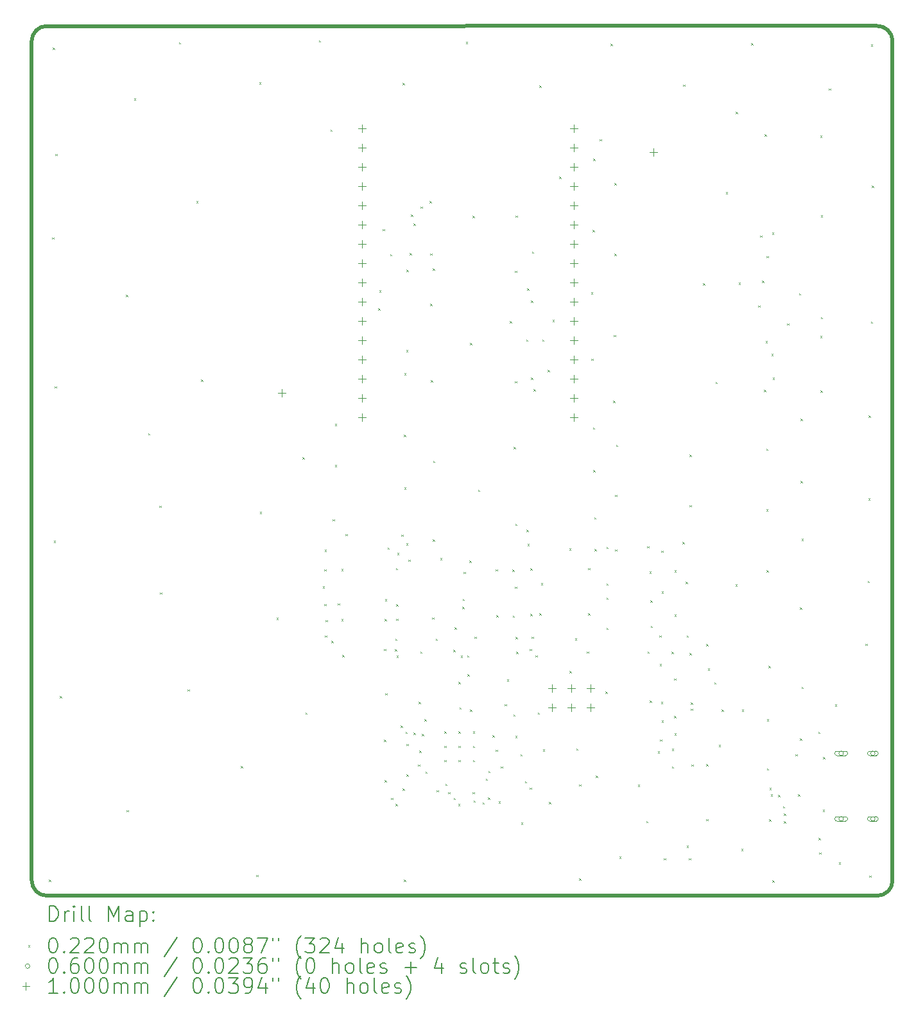
<source format=gbr>
%TF.GenerationSoftware,KiCad,Pcbnew,9.0.6*%
%TF.CreationDate,2026-01-20T14:32:38+00:00*%
%TF.ProjectId,OE PyBoard tester,4f452050-7942-46f6-9172-642074657374,rev?*%
%TF.SameCoordinates,PX4feafc0PY9062e40*%
%TF.FileFunction,Drillmap*%
%TF.FilePolarity,Positive*%
%FSLAX45Y45*%
G04 Gerber Fmt 4.5, Leading zero omitted, Abs format (unit mm)*
G04 Created by KiCad (PCBNEW 9.0.6) date 2026-01-20 14:32:38*
%MOMM*%
%LPD*%
G01*
G04 APERTURE LIST*
%ADD10C,0.500000*%
%ADD11C,0.200000*%
%ADD12C,0.100000*%
G04 APERTURE END LIST*
D10*
X11355000Y11270000D02*
X11355000Y200000D01*
X200000Y0D02*
G75*
G02*
X0Y200000I0J200000D01*
G01*
X199252Y11468579D02*
X11145000Y11470000D01*
X11155000Y0D02*
X200000Y0D01*
X11145000Y11470000D02*
G75*
G02*
X11354998Y11270000I9760J-200000D01*
G01*
X0Y200000D02*
X0Y11268579D01*
X11355000Y200000D02*
G75*
G02*
X11155000Y0I-200000J0D01*
G01*
X0Y11268579D02*
G75*
G02*
X200000Y11468580I200000J1D01*
G01*
D11*
D12*
X226500Y211000D02*
X248500Y189000D01*
X248500Y211000D02*
X226500Y189000D01*
X271500Y8681000D02*
X293500Y8659000D01*
X293500Y8681000D02*
X271500Y8659000D01*
X278447Y11184600D02*
X300447Y11162600D01*
X300447Y11184600D02*
X278447Y11162600D01*
X291500Y4681000D02*
X313500Y4659000D01*
X313500Y4681000D02*
X291500Y4659000D01*
X301500Y6718500D02*
X323500Y6696500D01*
X323500Y6718500D02*
X301500Y6696500D01*
X314000Y9783500D02*
X336000Y9761500D01*
X336000Y9783500D02*
X314000Y9761500D01*
X371500Y2631000D02*
X393500Y2609000D01*
X393500Y2631000D02*
X371500Y2609000D01*
X1244000Y7926000D02*
X1266000Y7904000D01*
X1266000Y7926000D02*
X1244000Y7904000D01*
X1251500Y1128500D02*
X1273500Y1106500D01*
X1273500Y1128500D02*
X1251500Y1106500D01*
X1349000Y10516000D02*
X1371000Y10494000D01*
X1371000Y10516000D02*
X1349000Y10494000D01*
X1536500Y6098500D02*
X1558500Y6076500D01*
X1558500Y6098500D02*
X1536500Y6076500D01*
X1684000Y5143500D02*
X1706000Y5121500D01*
X1706000Y5143500D02*
X1684000Y5121500D01*
X1694000Y4001000D02*
X1716000Y3979000D01*
X1716000Y4001000D02*
X1694000Y3979000D01*
X1941500Y11256000D02*
X1963500Y11234000D01*
X1963500Y11256000D02*
X1941500Y11234000D01*
X2054000Y2721000D02*
X2076000Y2699000D01*
X2076000Y2721000D02*
X2054000Y2699000D01*
X2169000Y9161000D02*
X2191000Y9139000D01*
X2191000Y9161000D02*
X2169000Y9139000D01*
X2234000Y6806000D02*
X2256000Y6784000D01*
X2256000Y6806000D02*
X2234000Y6784000D01*
X2759000Y1711000D02*
X2781000Y1689000D01*
X2781000Y1711000D02*
X2759000Y1689000D01*
X2964000Y276000D02*
X2986000Y254000D01*
X2986000Y276000D02*
X2964000Y254000D01*
X2999000Y10726000D02*
X3021000Y10704000D01*
X3021000Y10726000D02*
X2999000Y10704000D01*
X3009000Y5061000D02*
X3031000Y5039000D01*
X3031000Y5061000D02*
X3009000Y5039000D01*
X3229000Y3666000D02*
X3251000Y3644000D01*
X3251000Y3666000D02*
X3229000Y3644000D01*
X3574000Y5781000D02*
X3596000Y5759000D01*
X3596000Y5781000D02*
X3574000Y5759000D01*
X3609000Y2416000D02*
X3631000Y2394000D01*
X3631000Y2416000D02*
X3609000Y2394000D01*
X3789000Y11281000D02*
X3811000Y11259000D01*
X3811000Y11281000D02*
X3789000Y11259000D01*
X3839000Y4081000D02*
X3861000Y4059000D01*
X3861000Y4081000D02*
X3839000Y4059000D01*
X3859000Y3846000D02*
X3881000Y3824000D01*
X3881000Y3846000D02*
X3859000Y3824000D01*
X3860000Y4306000D02*
X3882000Y4284000D01*
X3882000Y4306000D02*
X3860000Y4284000D01*
X3864000Y4561000D02*
X3886000Y4539000D01*
X3886000Y4561000D02*
X3864000Y4539000D01*
X3868000Y3431000D02*
X3890000Y3409000D01*
X3890000Y3431000D02*
X3868000Y3409000D01*
X3879000Y3636000D02*
X3901000Y3614000D01*
X3901000Y3636000D02*
X3879000Y3614000D01*
X3939000Y10102853D02*
X3961000Y10080853D01*
X3961000Y10102853D02*
X3939000Y10080853D01*
X3954000Y3361000D02*
X3976000Y3339000D01*
X3976000Y3361000D02*
X3954000Y3339000D01*
X3969000Y4966000D02*
X3991000Y4944000D01*
X3991000Y4966000D02*
X3969000Y4944000D01*
X3999000Y6221000D02*
X4021000Y6199000D01*
X4021000Y6221000D02*
X3999000Y6199000D01*
X3999000Y5681000D02*
X4021000Y5659000D01*
X4021000Y5681000D02*
X3999000Y5659000D01*
X4039000Y3856000D02*
X4061000Y3834000D01*
X4061000Y3856000D02*
X4039000Y3834000D01*
X4084000Y4311000D02*
X4106000Y4289000D01*
X4106000Y4311000D02*
X4084000Y4289000D01*
X4084000Y3650320D02*
X4106000Y3628320D01*
X4106000Y3650320D02*
X4084000Y3628320D01*
X4099000Y3176000D02*
X4121000Y3154000D01*
X4121000Y3176000D02*
X4099000Y3154000D01*
X4139000Y4771000D02*
X4161000Y4749000D01*
X4161000Y4771000D02*
X4139000Y4749000D01*
X4569000Y7746000D02*
X4591000Y7724000D01*
X4591000Y7746000D02*
X4569000Y7724000D01*
X4584000Y7981000D02*
X4606000Y7959000D01*
X4606000Y7981000D02*
X4584000Y7959000D01*
X4629000Y8791000D02*
X4651000Y8769000D01*
X4651000Y8791000D02*
X4629000Y8769000D01*
X4649000Y3256000D02*
X4671000Y3234000D01*
X4671000Y3256000D02*
X4649000Y3234000D01*
X4649000Y2056000D02*
X4671000Y2034000D01*
X4671000Y2056000D02*
X4649000Y2034000D01*
X4654000Y3646000D02*
X4676000Y3624000D01*
X4676000Y3646000D02*
X4654000Y3624000D01*
X4654000Y1521000D02*
X4676000Y1499000D01*
X4676000Y1521000D02*
X4654000Y1499000D01*
X4659000Y3913200D02*
X4681000Y3891200D01*
X4681000Y3913200D02*
X4659000Y3891200D01*
X4664000Y2671000D02*
X4686000Y2649000D01*
X4686000Y2671000D02*
X4664000Y2649000D01*
X4694000Y4591000D02*
X4716000Y4569000D01*
X4716000Y4591000D02*
X4694000Y4569000D01*
X4729000Y8461000D02*
X4751000Y8439000D01*
X4751000Y8461000D02*
X4729000Y8439000D01*
X4739000Y1291000D02*
X4761000Y1269000D01*
X4761000Y1291000D02*
X4739000Y1269000D01*
X4789000Y3251000D02*
X4811000Y3229000D01*
X4811000Y3251000D02*
X4789000Y3229000D01*
X4794000Y3391000D02*
X4816000Y3369000D01*
X4816000Y3391000D02*
X4794000Y3369000D01*
X4799000Y1211000D02*
X4821000Y1189000D01*
X4821000Y1211000D02*
X4799000Y1189000D01*
X4804000Y4321000D02*
X4826000Y4299000D01*
X4826000Y4321000D02*
X4804000Y4299000D01*
X4809000Y3845320D02*
X4831000Y3823320D01*
X4831000Y3845320D02*
X4809000Y3823320D01*
X4809000Y3651000D02*
X4831000Y3629000D01*
X4831000Y3651000D02*
X4809000Y3629000D01*
X4810600Y3166000D02*
X4832600Y3144000D01*
X4832600Y3166000D02*
X4810600Y3144000D01*
X4819000Y4518500D02*
X4841000Y4496500D01*
X4841000Y4518500D02*
X4819000Y4496500D01*
X4869000Y2241000D02*
X4891000Y2219000D01*
X4891000Y2241000D02*
X4869000Y2219000D01*
X4876500Y4761000D02*
X4898500Y4739000D01*
X4898500Y4761000D02*
X4876500Y4739000D01*
X4894000Y10716000D02*
X4916000Y10694000D01*
X4916000Y10716000D02*
X4894000Y10694000D01*
X4894000Y1411000D02*
X4916000Y1389000D01*
X4916000Y1411000D02*
X4894000Y1389000D01*
X4909000Y6076000D02*
X4931000Y6054000D01*
X4931000Y6076000D02*
X4909000Y6054000D01*
X4911500Y208500D02*
X4933500Y186500D01*
X4933500Y208500D02*
X4911500Y186500D01*
X4914000Y6891000D02*
X4936000Y6869000D01*
X4936000Y6891000D02*
X4914000Y6869000D01*
X4914000Y5386000D02*
X4936000Y5364000D01*
X4936000Y5386000D02*
X4914000Y5364000D01*
X4929000Y2161000D02*
X4951000Y2139000D01*
X4951000Y2161000D02*
X4929000Y2139000D01*
X4939000Y7196000D02*
X4961000Y7174000D01*
X4961000Y7196000D02*
X4939000Y7174000D01*
X4939000Y4646000D02*
X4961000Y4624000D01*
X4961000Y4646000D02*
X4939000Y4624000D01*
X4944000Y8256000D02*
X4966000Y8234000D01*
X4966000Y8256000D02*
X4944000Y8234000D01*
X4944000Y2001000D02*
X4966000Y1979000D01*
X4966000Y2001000D02*
X4944000Y1979000D01*
X4945350Y1601000D02*
X4967350Y1579000D01*
X4967350Y1601000D02*
X4945350Y1579000D01*
X4969000Y4431000D02*
X4991000Y4409000D01*
X4991000Y4431000D02*
X4969000Y4409000D01*
X4984000Y8476000D02*
X5006000Y8454000D01*
X5006000Y8476000D02*
X4984000Y8454000D01*
X5004000Y8981000D02*
X5026000Y8959000D01*
X5026000Y8981000D02*
X5004000Y8959000D01*
X5034000Y8861520D02*
X5056000Y8839520D01*
X5056000Y8861520D02*
X5034000Y8839520D01*
X5034000Y2151000D02*
X5056000Y2129000D01*
X5056000Y2151000D02*
X5034000Y2129000D01*
X5094000Y1731000D02*
X5116000Y1709000D01*
X5116000Y1731000D02*
X5094000Y1709000D01*
X5104000Y2556000D02*
X5126000Y2534000D01*
X5126000Y2556000D02*
X5104000Y2534000D01*
X5114000Y1911000D02*
X5136000Y1889000D01*
X5136000Y1911000D02*
X5114000Y1889000D01*
X5124000Y3221000D02*
X5146000Y3199000D01*
X5146000Y3221000D02*
X5124000Y3199000D01*
X5129000Y9086520D02*
X5151000Y9064520D01*
X5151000Y9086520D02*
X5129000Y9064520D01*
X5144000Y2131000D02*
X5166000Y2109000D01*
X5166000Y2131000D02*
X5144000Y2109000D01*
X5179000Y2326000D02*
X5201000Y2304000D01*
X5201000Y2326000D02*
X5179000Y2304000D01*
X5194000Y1638500D02*
X5216000Y1616500D01*
X5216000Y1638500D02*
X5194000Y1616500D01*
X5249000Y9161000D02*
X5271000Y9139000D01*
X5271000Y9161000D02*
X5249000Y9139000D01*
X5259000Y8471000D02*
X5281000Y8449000D01*
X5281000Y8471000D02*
X5259000Y8449000D01*
X5259000Y7806000D02*
X5281000Y7784000D01*
X5281000Y7806000D02*
X5259000Y7784000D01*
X5264000Y6796000D02*
X5286000Y6774000D01*
X5286000Y6796000D02*
X5264000Y6774000D01*
X5284000Y3670320D02*
X5306000Y3648320D01*
X5306000Y3670320D02*
X5284000Y3648320D01*
X5289000Y8271000D02*
X5311000Y8249000D01*
X5311000Y8271000D02*
X5289000Y8249000D01*
X5289000Y4696000D02*
X5311000Y4674000D01*
X5311000Y4696000D02*
X5289000Y4674000D01*
X5294000Y5736000D02*
X5316000Y5714000D01*
X5316000Y5736000D02*
X5294000Y5714000D01*
X5329000Y3391000D02*
X5351000Y3369000D01*
X5351000Y3391000D02*
X5329000Y3369000D01*
X5339000Y1391000D02*
X5361000Y1369000D01*
X5361000Y1391000D02*
X5339000Y1369000D01*
X5389000Y4453500D02*
X5411000Y4431500D01*
X5411000Y4453500D02*
X5389000Y4431500D01*
X5444000Y2166000D02*
X5466000Y2144000D01*
X5466000Y2166000D02*
X5444000Y2144000D01*
X5444000Y1976000D02*
X5466000Y1954000D01*
X5466000Y1976000D02*
X5444000Y1954000D01*
X5444000Y1791000D02*
X5466000Y1769000D01*
X5466000Y1791000D02*
X5444000Y1769000D01*
X5454000Y1476000D02*
X5476000Y1454000D01*
X5476000Y1476000D02*
X5454000Y1454000D01*
X5494000Y1366000D02*
X5516000Y1344000D01*
X5516000Y1366000D02*
X5494000Y1344000D01*
X5559000Y3241000D02*
X5581000Y3219000D01*
X5581000Y3241000D02*
X5559000Y3219000D01*
X5564000Y1291000D02*
X5586000Y1269000D01*
X5586000Y1291000D02*
X5564000Y1269000D01*
X5579000Y3536000D02*
X5601000Y3514000D01*
X5601000Y3536000D02*
X5579000Y3514000D01*
X5624000Y1211000D02*
X5646000Y1189000D01*
X5646000Y1211000D02*
X5624000Y1189000D01*
X5629000Y2821000D02*
X5651000Y2799000D01*
X5651000Y2821000D02*
X5629000Y2799000D01*
X5629000Y2166000D02*
X5651000Y2144000D01*
X5651000Y2166000D02*
X5629000Y2144000D01*
X5629000Y1976000D02*
X5651000Y1954000D01*
X5651000Y1976000D02*
X5629000Y1954000D01*
X5629000Y1791000D02*
X5651000Y1769000D01*
X5651000Y1791000D02*
X5629000Y1769000D01*
X5641850Y2483850D02*
X5663850Y2461850D01*
X5663850Y2483850D02*
X5641850Y2461850D01*
X5657662Y3167394D02*
X5679662Y3145394D01*
X5679662Y3167394D02*
X5657662Y3145394D01*
X5679000Y3811000D02*
X5701000Y3789000D01*
X5701000Y3811000D02*
X5679000Y3789000D01*
X5684000Y3916000D02*
X5706000Y3894000D01*
X5706000Y3916000D02*
X5684000Y3894000D01*
X5699000Y4271000D02*
X5721000Y4249000D01*
X5721000Y4271000D02*
X5699000Y4249000D01*
X5726500Y11261000D02*
X5748500Y11239000D01*
X5748500Y11261000D02*
X5726500Y11239000D01*
X5744000Y3171000D02*
X5766000Y3149000D01*
X5766000Y3171000D02*
X5744000Y3149000D01*
X5749000Y2921000D02*
X5771000Y2899000D01*
X5771000Y2921000D02*
X5749000Y2899000D01*
X5774000Y4416630D02*
X5796000Y4394630D01*
X5796000Y4416630D02*
X5774000Y4394630D01*
X5782100Y2456831D02*
X5804100Y2434831D01*
X5804100Y2456831D02*
X5782100Y2434831D01*
X5784000Y7291000D02*
X5806000Y7269000D01*
X5806000Y7291000D02*
X5784000Y7269000D01*
X5814000Y8966000D02*
X5836000Y8944000D01*
X5836000Y8966000D02*
X5814000Y8944000D01*
X5814000Y1366100D02*
X5836000Y1344100D01*
X5836000Y1366100D02*
X5814000Y1344100D01*
X5819000Y2166000D02*
X5841000Y2144000D01*
X5841000Y2166000D02*
X5819000Y2144000D01*
X5819000Y1976000D02*
X5841000Y1954000D01*
X5841000Y1976000D02*
X5819000Y1954000D01*
X5819000Y1791000D02*
X5841000Y1769000D01*
X5841000Y1791000D02*
X5819000Y1769000D01*
X5829000Y1256000D02*
X5851000Y1234000D01*
X5851000Y1256000D02*
X5829000Y1234000D01*
X5839000Y3416000D02*
X5861000Y3394000D01*
X5861000Y3416000D02*
X5839000Y3394000D01*
X5889000Y5356000D02*
X5911000Y5334000D01*
X5911000Y5356000D02*
X5889000Y5334000D01*
X5944902Y1231000D02*
X5966902Y1209000D01*
X5966902Y1231000D02*
X5944902Y1209000D01*
X5989000Y1546000D02*
X6011000Y1524000D01*
X6011000Y1546000D02*
X5989000Y1524000D01*
X6019000Y1296000D02*
X6041000Y1274000D01*
X6041000Y1296000D02*
X6019000Y1274000D01*
X6024000Y1646000D02*
X6046000Y1624000D01*
X6046000Y1646000D02*
X6024000Y1624000D01*
X6079000Y2116000D02*
X6101000Y2094000D01*
X6101000Y2116000D02*
X6079000Y2094000D01*
X6119000Y4306000D02*
X6141000Y4284000D01*
X6141000Y4306000D02*
X6119000Y4284000D01*
X6119000Y1926000D02*
X6141000Y1904000D01*
X6141000Y1926000D02*
X6119000Y1904000D01*
X6129000Y3701000D02*
X6151000Y3679000D01*
X6151000Y3701000D02*
X6129000Y3679000D01*
X6159000Y1246000D02*
X6181000Y1224000D01*
X6181000Y1246000D02*
X6159000Y1224000D01*
X6189000Y1704500D02*
X6211000Y1682500D01*
X6211000Y1704500D02*
X6189000Y1682500D01*
X6239000Y2526000D02*
X6261000Y2504000D01*
X6261000Y2526000D02*
X6239000Y2504000D01*
X6269000Y2851000D02*
X6291000Y2829000D01*
X6291000Y2851000D02*
X6269000Y2829000D01*
X6304000Y7576000D02*
X6326000Y7554000D01*
X6326000Y7576000D02*
X6304000Y7554000D01*
X6340250Y4299880D02*
X6362250Y4277880D01*
X6362250Y4299880D02*
X6340250Y4277880D01*
X6345250Y3694880D02*
X6367250Y3672880D01*
X6367250Y3694880D02*
X6345250Y3672880D01*
X6354000Y2391000D02*
X6376000Y2369000D01*
X6376000Y2391000D02*
X6354000Y2369000D01*
X6359000Y5916000D02*
X6381000Y5894000D01*
X6381000Y5916000D02*
X6359000Y5894000D01*
X6374000Y8241000D02*
X6396000Y8219000D01*
X6396000Y8241000D02*
X6374000Y8219000D01*
X6374000Y6786000D02*
X6396000Y6764000D01*
X6396000Y6786000D02*
X6374000Y6764000D01*
X6374000Y4076000D02*
X6396000Y4054000D01*
X6396000Y4076000D02*
X6374000Y4054000D01*
X6379000Y4906000D02*
X6401000Y4884000D01*
X6401000Y4906000D02*
X6379000Y4884000D01*
X6379000Y2106000D02*
X6401000Y2084000D01*
X6401000Y2106000D02*
X6379000Y2084000D01*
X6384000Y8971000D02*
X6406000Y8949000D01*
X6406000Y8971000D02*
X6384000Y8949000D01*
X6384000Y3411000D02*
X6406000Y3389000D01*
X6406000Y3411000D02*
X6384000Y3389000D01*
X6389000Y3216000D02*
X6411000Y3194000D01*
X6411000Y3216000D02*
X6389000Y3194000D01*
X6445500Y1864500D02*
X6467500Y1842500D01*
X6467500Y1864500D02*
X6445500Y1842500D01*
X6454000Y966000D02*
X6476000Y944000D01*
X6476000Y966000D02*
X6454000Y944000D01*
X6504000Y1511000D02*
X6526000Y1489000D01*
X6526000Y1511000D02*
X6504000Y1489000D01*
X6524000Y7336000D02*
X6546000Y7314000D01*
X6546000Y7336000D02*
X6524000Y7314000D01*
X6529000Y4826000D02*
X6551000Y4804000D01*
X6551000Y4826000D02*
X6529000Y4804000D01*
X6534000Y8011000D02*
X6556000Y7989000D01*
X6556000Y8011000D02*
X6534000Y7989000D01*
X6539000Y4641000D02*
X6561000Y4619000D01*
X6561000Y4641000D02*
X6539000Y4619000D01*
X6569000Y3256000D02*
X6591000Y3234000D01*
X6591000Y3256000D02*
X6569000Y3234000D01*
X6569000Y1424600D02*
X6591000Y1402600D01*
X6591000Y1424600D02*
X6569000Y1402600D01*
X6579000Y4316000D02*
X6601000Y4294000D01*
X6601000Y4316000D02*
X6579000Y4294000D01*
X6579000Y3716000D02*
X6601000Y3694000D01*
X6601000Y3716000D02*
X6579000Y3694000D01*
X6585400Y7846520D02*
X6607400Y7824520D01*
X6607400Y7846520D02*
X6585400Y7824520D01*
X6585400Y6831520D02*
X6607400Y6809520D01*
X6607400Y6831520D02*
X6585400Y6809520D01*
X6594000Y3416000D02*
X6616000Y3394000D01*
X6616000Y3416000D02*
X6594000Y3394000D01*
X6599000Y8496000D02*
X6621000Y8474000D01*
X6621000Y8496000D02*
X6599000Y8474000D01*
X6619000Y6681000D02*
X6641000Y6659000D01*
X6641000Y6681000D02*
X6619000Y6659000D01*
X6644000Y3171000D02*
X6666000Y3149000D01*
X6666000Y3171000D02*
X6644000Y3149000D01*
X6674000Y2416000D02*
X6696000Y2394000D01*
X6696000Y2416000D02*
X6674000Y2394000D01*
X6694000Y10686000D02*
X6716000Y10664000D01*
X6716000Y10686000D02*
X6694000Y10664000D01*
X6694000Y3726000D02*
X6716000Y3704000D01*
X6716000Y3726000D02*
X6694000Y3704000D01*
X6716837Y4123837D02*
X6738837Y4101837D01*
X6738837Y4123837D02*
X6716837Y4101837D01*
X6735400Y7336520D02*
X6757400Y7314520D01*
X6757400Y7336520D02*
X6735400Y7314520D01*
X6744000Y1931000D02*
X6766000Y1909000D01*
X6766000Y1931000D02*
X6744000Y1909000D01*
X6804000Y6931000D02*
X6826000Y6909000D01*
X6826000Y6931000D02*
X6804000Y6909000D01*
X6824000Y1236000D02*
X6846000Y1214000D01*
X6846000Y1236000D02*
X6824000Y1214000D01*
X6870400Y7591520D02*
X6892400Y7569520D01*
X6892400Y7591520D02*
X6870400Y7569520D01*
X6959000Y9481000D02*
X6981000Y9459000D01*
X6981000Y9481000D02*
X6959000Y9459000D01*
X7089000Y4581000D02*
X7111000Y4559000D01*
X7111000Y4581000D02*
X7089000Y4559000D01*
X7094000Y2961000D02*
X7116000Y2939000D01*
X7116000Y2961000D02*
X7094000Y2939000D01*
X7165250Y3394880D02*
X7187250Y3372880D01*
X7187250Y3394880D02*
X7165250Y3372880D01*
X7184000Y1941000D02*
X7206000Y1919000D01*
X7206000Y1941000D02*
X7184000Y1919000D01*
X7219000Y1468500D02*
X7241000Y1446500D01*
X7241000Y1468500D02*
X7219000Y1446500D01*
X7219000Y226000D02*
X7241000Y204000D01*
X7241000Y226000D02*
X7219000Y204000D01*
X7324000Y3221000D02*
X7346000Y3199000D01*
X7346000Y3221000D02*
X7324000Y3199000D01*
X7340250Y4319880D02*
X7362250Y4297880D01*
X7362250Y4319880D02*
X7340250Y4297880D01*
X7340250Y3724880D02*
X7362250Y3702880D01*
X7362250Y3724880D02*
X7340250Y3702880D01*
X7379000Y7956000D02*
X7401000Y7934000D01*
X7401000Y7956000D02*
X7379000Y7934000D01*
X7384000Y7081000D02*
X7406000Y7059000D01*
X7406000Y7081000D02*
X7384000Y7059000D01*
X7399000Y8781000D02*
X7421000Y8759000D01*
X7421000Y8781000D02*
X7399000Y8759000D01*
X7404000Y6176000D02*
X7426000Y6154000D01*
X7426000Y6176000D02*
X7404000Y6154000D01*
X7409000Y9721000D02*
X7431000Y9699000D01*
X7431000Y9721000D02*
X7409000Y9699000D01*
X7409000Y5611000D02*
X7431000Y5589000D01*
X7431000Y5611000D02*
X7409000Y5589000D01*
X7419000Y4991000D02*
X7441000Y4969000D01*
X7441000Y4991000D02*
X7419000Y4969000D01*
X7424000Y4571000D02*
X7446000Y4549000D01*
X7446000Y4571000D02*
X7424000Y4549000D01*
X7439000Y1581000D02*
X7461000Y1559000D01*
X7461000Y1581000D02*
X7439000Y1559000D01*
X7494000Y9976000D02*
X7516000Y9954000D01*
X7516000Y9976000D02*
X7494000Y9954000D01*
X7569000Y2691000D02*
X7591000Y2669000D01*
X7591000Y2691000D02*
X7569000Y2669000D01*
X7579000Y4601000D02*
X7601000Y4579000D01*
X7601000Y4601000D02*
X7579000Y4579000D01*
X7579000Y3931000D02*
X7601000Y3909000D01*
X7601000Y3931000D02*
X7579000Y3909000D01*
X7580250Y4119880D02*
X7602250Y4097880D01*
X7602250Y4119880D02*
X7580250Y4097880D01*
X7580250Y3534880D02*
X7602250Y3512880D01*
X7602250Y3534880D02*
X7580250Y3512880D01*
X7634000Y11233500D02*
X7656000Y11211500D01*
X7656000Y11233500D02*
X7634000Y11211500D01*
X7669000Y6526000D02*
X7691000Y6504000D01*
X7691000Y6526000D02*
X7669000Y6504000D01*
X7679000Y7396000D02*
X7701000Y7374000D01*
X7701000Y7396000D02*
X7679000Y7374000D01*
X7684000Y9396000D02*
X7706000Y9374000D01*
X7706000Y9396000D02*
X7684000Y9374000D01*
X7684000Y8466000D02*
X7706000Y8444000D01*
X7706000Y8466000D02*
X7684000Y8444000D01*
X7694000Y5286000D02*
X7716000Y5264000D01*
X7716000Y5286000D02*
X7694000Y5264000D01*
X7694000Y4566000D02*
X7716000Y4544000D01*
X7716000Y4566000D02*
X7694000Y4544000D01*
X7709000Y5946000D02*
X7731000Y5924000D01*
X7731000Y5946000D02*
X7709000Y5924000D01*
X7749000Y516000D02*
X7771000Y494000D01*
X7771000Y516000D02*
X7749000Y494000D01*
X7996500Y1466000D02*
X8018500Y1444000D01*
X8018500Y1466000D02*
X7996500Y1444000D01*
X8104000Y986000D02*
X8126000Y964000D01*
X8126000Y986000D02*
X8104000Y964000D01*
X8119000Y4611000D02*
X8141000Y4589000D01*
X8141000Y4611000D02*
X8119000Y4589000D01*
X8124000Y3221000D02*
X8146000Y3199000D01*
X8146000Y3221000D02*
X8124000Y3199000D01*
X8149000Y4276000D02*
X8171000Y4254000D01*
X8171000Y4276000D02*
X8149000Y4254000D01*
X8154000Y2571000D02*
X8176000Y2549000D01*
X8176000Y2571000D02*
X8154000Y2549000D01*
X8159000Y3896000D02*
X8181000Y3874000D01*
X8181000Y3896000D02*
X8159000Y3874000D01*
X8164000Y3561000D02*
X8186000Y3539000D01*
X8186000Y3561000D02*
X8164000Y3539000D01*
X8259000Y1906000D02*
X8281000Y1884000D01*
X8281000Y1906000D02*
X8259000Y1884000D01*
X8279000Y3431000D02*
X8301000Y3409000D01*
X8301000Y3431000D02*
X8279000Y3409000D01*
X8284000Y3056000D02*
X8306000Y3034000D01*
X8306000Y3056000D02*
X8284000Y3034000D01*
X8289000Y2061000D02*
X8311000Y2039000D01*
X8311000Y2061000D02*
X8289000Y2039000D01*
X8299000Y2556000D02*
X8321000Y2534000D01*
X8321000Y2556000D02*
X8299000Y2534000D01*
X8304000Y4551000D02*
X8326000Y4529000D01*
X8326000Y4551000D02*
X8304000Y4529000D01*
X8309000Y4011000D02*
X8331000Y3989000D01*
X8331000Y4011000D02*
X8309000Y3989000D01*
X8309000Y2311000D02*
X8331000Y2289000D01*
X8331000Y2311000D02*
X8309000Y2289000D01*
X8339000Y496000D02*
X8361000Y474000D01*
X8361000Y496000D02*
X8339000Y474000D01*
X8439000Y3216000D02*
X8461000Y3194000D01*
X8461000Y3216000D02*
X8439000Y3194000D01*
X8444000Y1936000D02*
X8466000Y1914000D01*
X8466000Y1936000D02*
X8444000Y1914000D01*
X8444000Y1706000D02*
X8466000Y1684000D01*
X8466000Y1706000D02*
X8444000Y1684000D01*
X8474000Y2866000D02*
X8496000Y2844000D01*
X8496000Y2866000D02*
X8474000Y2844000D01*
X8476000Y2368000D02*
X8498000Y2346000D01*
X8498000Y2368000D02*
X8476000Y2346000D01*
X8479000Y4291000D02*
X8501000Y4269000D01*
X8501000Y4291000D02*
X8479000Y4269000D01*
X8479000Y3706000D02*
X8501000Y3684000D01*
X8501000Y3706000D02*
X8479000Y3684000D01*
X8479000Y2141000D02*
X8501000Y2119000D01*
X8501000Y2141000D02*
X8479000Y2119000D01*
X8584000Y4666000D02*
X8606000Y4644000D01*
X8606000Y4666000D02*
X8584000Y4644000D01*
X8594000Y10696000D02*
X8616000Y10674000D01*
X8616000Y10696000D02*
X8594000Y10674000D01*
X8624000Y4141000D02*
X8646000Y4119000D01*
X8646000Y4141000D02*
X8624000Y4119000D01*
X8639000Y3431000D02*
X8661000Y3409000D01*
X8661000Y3431000D02*
X8639000Y3409000D01*
X8639000Y661000D02*
X8661000Y639000D01*
X8661000Y661000D02*
X8639000Y639000D01*
X8667250Y496000D02*
X8689250Y474000D01*
X8689250Y496000D02*
X8667250Y474000D01*
X8679000Y5816000D02*
X8701000Y5794000D01*
X8701000Y5816000D02*
X8679000Y5794000D01*
X8679000Y5151000D02*
X8701000Y5129000D01*
X8701000Y5151000D02*
X8679000Y5129000D01*
X8679000Y3201000D02*
X8701000Y3179000D01*
X8701000Y3201000D02*
X8679000Y3179000D01*
X8694000Y2546000D02*
X8716000Y2524000D01*
X8716000Y2546000D02*
X8694000Y2524000D01*
X8694000Y2466000D02*
X8716000Y2444000D01*
X8716000Y2466000D02*
X8694000Y2444000D01*
X8704000Y1731000D02*
X8726000Y1709000D01*
X8726000Y1731000D02*
X8704000Y1709000D01*
X8854000Y8076000D02*
X8876000Y8054000D01*
X8876000Y8076000D02*
X8854000Y8054000D01*
X8899000Y3316000D02*
X8921000Y3294000D01*
X8921000Y3316000D02*
X8899000Y3294000D01*
X8899000Y1736000D02*
X8921000Y1714000D01*
X8921000Y1736000D02*
X8899000Y1714000D01*
X8899000Y1011000D02*
X8921000Y989000D01*
X8921000Y1011000D02*
X8899000Y989000D01*
X8919000Y2996000D02*
X8941000Y2974000D01*
X8941000Y2996000D02*
X8919000Y2974000D01*
X9004000Y2816000D02*
X9026000Y2794000D01*
X9026000Y2816000D02*
X9004000Y2794000D01*
X9019000Y6776000D02*
X9041000Y6754000D01*
X9041000Y6776000D02*
X9019000Y6754000D01*
X9064000Y1991000D02*
X9086000Y1969000D01*
X9086000Y1991000D02*
X9064000Y1969000D01*
X9101000Y2456000D02*
X9123000Y2434000D01*
X9123000Y2456000D02*
X9101000Y2434000D01*
X9154000Y9281000D02*
X9176000Y9259000D01*
X9176000Y9281000D02*
X9154000Y9259000D01*
X9284000Y4106000D02*
X9306000Y4084000D01*
X9306000Y4106000D02*
X9284000Y4084000D01*
X9289000Y10336000D02*
X9311000Y10314000D01*
X9311000Y10336000D02*
X9289000Y10314000D01*
X9324000Y8086000D02*
X9346000Y8064000D01*
X9346000Y8086000D02*
X9324000Y8064000D01*
X9359000Y616000D02*
X9381000Y594000D01*
X9381000Y616000D02*
X9359000Y594000D01*
X9367000Y2456000D02*
X9389000Y2434000D01*
X9389000Y2456000D02*
X9367000Y2434000D01*
X9489000Y11243500D02*
X9511000Y11221500D01*
X9511000Y11243500D02*
X9489000Y11221500D01*
X9581500Y7786000D02*
X9603500Y7764000D01*
X9603500Y7786000D02*
X9581500Y7764000D01*
X9609000Y8706000D02*
X9631000Y8684000D01*
X9631000Y8706000D02*
X9609000Y8684000D01*
X9635500Y8108240D02*
X9657500Y8086240D01*
X9657500Y8108240D02*
X9635500Y8086240D01*
X9659000Y6671000D02*
X9681000Y6649000D01*
X9681000Y6671000D02*
X9659000Y6649000D01*
X9669000Y10041000D02*
X9691000Y10019000D01*
X9691000Y10041000D02*
X9669000Y10019000D01*
X9679000Y7316000D02*
X9701000Y7294000D01*
X9701000Y7316000D02*
X9679000Y7294000D01*
X9689000Y5896000D02*
X9711000Y5874000D01*
X9711000Y5896000D02*
X9689000Y5874000D01*
X9689000Y5096000D02*
X9711000Y5074000D01*
X9711000Y5096000D02*
X9689000Y5074000D01*
X9691500Y4293500D02*
X9713500Y4271500D01*
X9713500Y4293500D02*
X9691500Y4271500D01*
X9694000Y8436000D02*
X9716000Y8414000D01*
X9716000Y8436000D02*
X9694000Y8414000D01*
X9696500Y1678500D02*
X9718500Y1656500D01*
X9718500Y1678500D02*
X9696500Y1656500D01*
X9699000Y2328500D02*
X9721000Y2306500D01*
X9721000Y2328500D02*
X9699000Y2306500D01*
X9716500Y3031000D02*
X9738500Y3009000D01*
X9738500Y3031000D02*
X9716500Y3009000D01*
X9729000Y1006000D02*
X9751000Y984000D01*
X9751000Y1006000D02*
X9729000Y984000D01*
X9729938Y1420062D02*
X9751938Y1398062D01*
X9751938Y1420062D02*
X9729938Y1398062D01*
X9746500Y1336000D02*
X9768500Y1314000D01*
X9768500Y1336000D02*
X9746500Y1314000D01*
X9756500Y7143500D02*
X9778500Y7121500D01*
X9778500Y7143500D02*
X9756500Y7121500D01*
X9764000Y8746000D02*
X9786000Y8724000D01*
X9786000Y8746000D02*
X9764000Y8724000D01*
X9771500Y203500D02*
X9793500Y181500D01*
X9793500Y203500D02*
X9771500Y181500D01*
X9774000Y6831000D02*
X9796000Y6809000D01*
X9796000Y6831000D02*
X9774000Y6809000D01*
X9846000Y1329000D02*
X9868000Y1307000D01*
X9868000Y1329000D02*
X9846000Y1307000D01*
X9909000Y1181000D02*
X9931000Y1159000D01*
X9931000Y1181000D02*
X9909000Y1159000D01*
X9923538Y1081000D02*
X9945538Y1059000D01*
X9945538Y1081000D02*
X9923538Y1059000D01*
X9924000Y981000D02*
X9946000Y959000D01*
X9946000Y981000D02*
X9924000Y959000D01*
X9964000Y7546000D02*
X9986000Y7524000D01*
X9986000Y7546000D02*
X9964000Y7524000D01*
X10074000Y1866000D02*
X10096000Y1844000D01*
X10096000Y1866000D02*
X10074000Y1844000D01*
X10109000Y1335500D02*
X10131000Y1313500D01*
X10131000Y1335500D02*
X10109000Y1313500D01*
X10119000Y7946000D02*
X10141000Y7924000D01*
X10141000Y7946000D02*
X10119000Y7924000D01*
X10134000Y3801000D02*
X10156000Y3779000D01*
X10156000Y3801000D02*
X10134000Y3779000D01*
X10134000Y2076000D02*
X10156000Y2054000D01*
X10156000Y2076000D02*
X10134000Y2054000D01*
X10144000Y6291000D02*
X10166000Y6269000D01*
X10166000Y6291000D02*
X10144000Y6269000D01*
X10144000Y5471000D02*
X10166000Y5449000D01*
X10166000Y5471000D02*
X10144000Y5449000D01*
X10154000Y4706000D02*
X10176000Y4684000D01*
X10176000Y4706000D02*
X10154000Y4684000D01*
X10154000Y2756000D02*
X10176000Y2734000D01*
X10176000Y2756000D02*
X10154000Y2734000D01*
X10375750Y2161000D02*
X10397750Y2139000D01*
X10397750Y2161000D02*
X10375750Y2139000D01*
X10380750Y761000D02*
X10402750Y739000D01*
X10402750Y761000D02*
X10380750Y739000D01*
X10385750Y571000D02*
X10407750Y549000D01*
X10407750Y571000D02*
X10385750Y549000D01*
X10399000Y10026000D02*
X10421000Y10004000D01*
X10421000Y10026000D02*
X10399000Y10004000D01*
X10401500Y7381000D02*
X10423500Y7359000D01*
X10423500Y7381000D02*
X10401500Y7359000D01*
X10406500Y6661000D02*
X10428500Y6639000D01*
X10428500Y6661000D02*
X10406500Y6639000D01*
X10409000Y8976000D02*
X10431000Y8954000D01*
X10431000Y8976000D02*
X10409000Y8954000D01*
X10409000Y7631000D02*
X10431000Y7609000D01*
X10431000Y7631000D02*
X10409000Y7609000D01*
X10434000Y1136000D02*
X10456000Y1114000D01*
X10456000Y1136000D02*
X10434000Y1114000D01*
X10439000Y1826000D02*
X10461000Y1804000D01*
X10461000Y1826000D02*
X10439000Y1804000D01*
X10514000Y10646000D02*
X10536000Y10624000D01*
X10536000Y10646000D02*
X10514000Y10624000D01*
X10594000Y2521000D02*
X10616000Y2499000D01*
X10616000Y2521000D02*
X10594000Y2499000D01*
X10644000Y441000D02*
X10666000Y419000D01*
X10666000Y441000D02*
X10644000Y419000D01*
X10996500Y3321000D02*
X11018500Y3299000D01*
X11018500Y3321000D02*
X10996500Y3299000D01*
X11026500Y4151000D02*
X11048500Y4129000D01*
X11048500Y4151000D02*
X11026500Y4129000D01*
X11036500Y5241000D02*
X11058500Y5219000D01*
X11058500Y5241000D02*
X11036500Y5219000D01*
X11039000Y6331000D02*
X11061000Y6309000D01*
X11061000Y6331000D02*
X11039000Y6309000D01*
X11046500Y266000D02*
X11068500Y244000D01*
X11068500Y266000D02*
X11046500Y244000D01*
X11069000Y11226000D02*
X11091000Y11204000D01*
X11091000Y11226000D02*
X11069000Y11204000D01*
X11069000Y7571000D02*
X11091000Y7549000D01*
X11091000Y7571000D02*
X11069000Y7549000D01*
X11081500Y9361000D02*
X11103500Y9339000D01*
X11103500Y9361000D02*
X11081500Y9339000D01*
X10707000Y1877000D02*
G75*
G02*
X10647000Y1877000I-30000J0D01*
G01*
X10647000Y1877000D02*
G75*
G02*
X10707000Y1877000I30000J0D01*
G01*
X10622000Y1847000D02*
X10732000Y1847000D01*
X10732000Y1907000D02*
G75*
G02*
X10732000Y1847000I0J-30000D01*
G01*
X10732000Y1907000D02*
X10622000Y1907000D01*
X10622000Y1907000D02*
G75*
G03*
X10622000Y1847000I0J-30000D01*
G01*
X10707000Y1013000D02*
G75*
G02*
X10647000Y1013000I-30000J0D01*
G01*
X10647000Y1013000D02*
G75*
G02*
X10707000Y1013000I30000J0D01*
G01*
X10622000Y983000D02*
X10732000Y983000D01*
X10732000Y1043000D02*
G75*
G02*
X10732000Y983000I0J-30000D01*
G01*
X10732000Y1043000D02*
X10622000Y1043000D01*
X10622000Y1043000D02*
G75*
G03*
X10622000Y983000I0J-30000D01*
G01*
X11125000Y1877000D02*
G75*
G02*
X11065000Y1877000I-30000J0D01*
G01*
X11065000Y1877000D02*
G75*
G02*
X11125000Y1877000I30000J0D01*
G01*
X11055000Y1847000D02*
X11135000Y1847000D01*
X11135000Y1907000D02*
G75*
G02*
X11135000Y1847000I0J-30000D01*
G01*
X11135000Y1907000D02*
X11055000Y1907000D01*
X11055000Y1907000D02*
G75*
G03*
X11055000Y1847000I0J-30000D01*
G01*
X11125000Y1013000D02*
G75*
G02*
X11065000Y1013000I-30000J0D01*
G01*
X11065000Y1013000D02*
G75*
G02*
X11125000Y1013000I30000J0D01*
G01*
X11055000Y983000D02*
X11135000Y983000D01*
X11135000Y1043000D02*
G75*
G02*
X11135000Y983000I0J-30000D01*
G01*
X11135000Y1043000D02*
X11055000Y1043000D01*
X11055000Y1043000D02*
G75*
G03*
X11055000Y983000I0J-30000D01*
G01*
X3299068Y6679014D02*
X3299068Y6579014D01*
X3249068Y6629014D02*
X3349068Y6629014D01*
X4358000Y10169320D02*
X4358000Y10069320D01*
X4308000Y10119320D02*
X4408000Y10119320D01*
X4358000Y9915320D02*
X4358000Y9815320D01*
X4308000Y9865320D02*
X4408000Y9865320D01*
X4358000Y9661320D02*
X4358000Y9561320D01*
X4308000Y9611320D02*
X4408000Y9611320D01*
X4358000Y9407320D02*
X4358000Y9307320D01*
X4308000Y9357320D02*
X4408000Y9357320D01*
X4358000Y9153320D02*
X4358000Y9053320D01*
X4308000Y9103320D02*
X4408000Y9103320D01*
X4358000Y8899320D02*
X4358000Y8799320D01*
X4308000Y8849320D02*
X4408000Y8849320D01*
X4358000Y8645320D02*
X4358000Y8545320D01*
X4308000Y8595320D02*
X4408000Y8595320D01*
X4358000Y8391320D02*
X4358000Y8291320D01*
X4308000Y8341320D02*
X4408000Y8341320D01*
X4358000Y8137320D02*
X4358000Y8037320D01*
X4308000Y8087320D02*
X4408000Y8087320D01*
X4358000Y7883320D02*
X4358000Y7783320D01*
X4308000Y7833320D02*
X4408000Y7833320D01*
X4358000Y7629320D02*
X4358000Y7529320D01*
X4308000Y7579320D02*
X4408000Y7579320D01*
X4358000Y7375320D02*
X4358000Y7275320D01*
X4308000Y7325320D02*
X4408000Y7325320D01*
X4358000Y7121320D02*
X4358000Y7021320D01*
X4308000Y7071320D02*
X4408000Y7071320D01*
X4358000Y6867320D02*
X4358000Y6767320D01*
X4308000Y6817320D02*
X4408000Y6817320D01*
X4358000Y6613320D02*
X4358000Y6513320D01*
X4308000Y6563320D02*
X4408000Y6563320D01*
X4358000Y6359320D02*
X4358000Y6259320D01*
X4308000Y6309320D02*
X4408000Y6309320D01*
X6861000Y2782500D02*
X6861000Y2682500D01*
X6811000Y2732500D02*
X6911000Y2732500D01*
X6861000Y2528500D02*
X6861000Y2428500D01*
X6811000Y2478500D02*
X6911000Y2478500D01*
X7115000Y2782500D02*
X7115000Y2682500D01*
X7065000Y2732500D02*
X7165000Y2732500D01*
X7115000Y2528500D02*
X7115000Y2428500D01*
X7065000Y2478500D02*
X7165000Y2478500D01*
X7151400Y10170520D02*
X7151400Y10070520D01*
X7101400Y10120520D02*
X7201400Y10120520D01*
X7151400Y9916520D02*
X7151400Y9816520D01*
X7101400Y9866520D02*
X7201400Y9866520D01*
X7151400Y9662520D02*
X7151400Y9562520D01*
X7101400Y9612520D02*
X7201400Y9612520D01*
X7151400Y9408520D02*
X7151400Y9308520D01*
X7101400Y9358520D02*
X7201400Y9358520D01*
X7151400Y9154520D02*
X7151400Y9054520D01*
X7101400Y9104520D02*
X7201400Y9104520D01*
X7151400Y8900520D02*
X7151400Y8800520D01*
X7101400Y8850520D02*
X7201400Y8850520D01*
X7151400Y8646520D02*
X7151400Y8546520D01*
X7101400Y8596520D02*
X7201400Y8596520D01*
X7151400Y8392520D02*
X7151400Y8292520D01*
X7101400Y8342520D02*
X7201400Y8342520D01*
X7151400Y8138520D02*
X7151400Y8038520D01*
X7101400Y8088520D02*
X7201400Y8088520D01*
X7151400Y7884520D02*
X7151400Y7784520D01*
X7101400Y7834520D02*
X7201400Y7834520D01*
X7151400Y7630520D02*
X7151400Y7530520D01*
X7101400Y7580520D02*
X7201400Y7580520D01*
X7151400Y7376520D02*
X7151400Y7276520D01*
X7101400Y7326520D02*
X7201400Y7326520D01*
X7151400Y7122520D02*
X7151400Y7022520D01*
X7101400Y7072520D02*
X7201400Y7072520D01*
X7151400Y6868520D02*
X7151400Y6768520D01*
X7101400Y6818520D02*
X7201400Y6818520D01*
X7151400Y6614520D02*
X7151400Y6514520D01*
X7101400Y6564520D02*
X7201400Y6564520D01*
X7151400Y6360520D02*
X7151400Y6260520D01*
X7101400Y6310520D02*
X7201400Y6310520D01*
X7369000Y2782500D02*
X7369000Y2682500D01*
X7319000Y2732500D02*
X7419000Y2732500D01*
X7369000Y2528500D02*
X7369000Y2428500D01*
X7319000Y2478500D02*
X7419000Y2478500D01*
X8201400Y9853187D02*
X8201400Y9753187D01*
X8151400Y9803187D02*
X8251400Y9803187D01*
D11*
X235777Y-336484D02*
X235777Y-136484D01*
X235777Y-136484D02*
X283396Y-136484D01*
X283396Y-136484D02*
X311967Y-146008D01*
X311967Y-146008D02*
X331015Y-165055D01*
X331015Y-165055D02*
X340539Y-184103D01*
X340539Y-184103D02*
X350062Y-222198D01*
X350062Y-222198D02*
X350062Y-250769D01*
X350062Y-250769D02*
X340539Y-288865D01*
X340539Y-288865D02*
X331015Y-307912D01*
X331015Y-307912D02*
X311967Y-326960D01*
X311967Y-326960D02*
X283396Y-336484D01*
X283396Y-336484D02*
X235777Y-336484D01*
X435777Y-336484D02*
X435777Y-203150D01*
X435777Y-241246D02*
X445301Y-222198D01*
X445301Y-222198D02*
X454824Y-212674D01*
X454824Y-212674D02*
X473872Y-203150D01*
X473872Y-203150D02*
X492920Y-203150D01*
X559586Y-336484D02*
X559586Y-203150D01*
X559586Y-136484D02*
X550063Y-146008D01*
X550063Y-146008D02*
X559586Y-155531D01*
X559586Y-155531D02*
X569110Y-146008D01*
X569110Y-146008D02*
X559586Y-136484D01*
X559586Y-136484D02*
X559586Y-155531D01*
X683396Y-336484D02*
X664348Y-326960D01*
X664348Y-326960D02*
X654824Y-307912D01*
X654824Y-307912D02*
X654824Y-136484D01*
X788158Y-336484D02*
X769110Y-326960D01*
X769110Y-326960D02*
X759586Y-307912D01*
X759586Y-307912D02*
X759586Y-136484D01*
X1016729Y-336484D02*
X1016729Y-136484D01*
X1016729Y-136484D02*
X1083396Y-279341D01*
X1083396Y-279341D02*
X1150063Y-136484D01*
X1150063Y-136484D02*
X1150063Y-336484D01*
X1331015Y-336484D02*
X1331015Y-231722D01*
X1331015Y-231722D02*
X1321491Y-212674D01*
X1321491Y-212674D02*
X1302444Y-203150D01*
X1302444Y-203150D02*
X1264348Y-203150D01*
X1264348Y-203150D02*
X1245301Y-212674D01*
X1331015Y-326960D02*
X1311967Y-336484D01*
X1311967Y-336484D02*
X1264348Y-336484D01*
X1264348Y-336484D02*
X1245301Y-326960D01*
X1245301Y-326960D02*
X1235777Y-307912D01*
X1235777Y-307912D02*
X1235777Y-288865D01*
X1235777Y-288865D02*
X1245301Y-269817D01*
X1245301Y-269817D02*
X1264348Y-260293D01*
X1264348Y-260293D02*
X1311967Y-260293D01*
X1311967Y-260293D02*
X1331015Y-250769D01*
X1426253Y-203150D02*
X1426253Y-403150D01*
X1426253Y-212674D02*
X1445301Y-203150D01*
X1445301Y-203150D02*
X1483396Y-203150D01*
X1483396Y-203150D02*
X1502443Y-212674D01*
X1502443Y-212674D02*
X1511967Y-222198D01*
X1511967Y-222198D02*
X1521491Y-241246D01*
X1521491Y-241246D02*
X1521491Y-298389D01*
X1521491Y-298389D02*
X1511967Y-317436D01*
X1511967Y-317436D02*
X1502443Y-326960D01*
X1502443Y-326960D02*
X1483396Y-336484D01*
X1483396Y-336484D02*
X1445301Y-336484D01*
X1445301Y-336484D02*
X1426253Y-326960D01*
X1607205Y-317436D02*
X1616729Y-326960D01*
X1616729Y-326960D02*
X1607205Y-336484D01*
X1607205Y-336484D02*
X1597682Y-326960D01*
X1597682Y-326960D02*
X1607205Y-317436D01*
X1607205Y-317436D02*
X1607205Y-336484D01*
X1607205Y-212674D02*
X1616729Y-222198D01*
X1616729Y-222198D02*
X1607205Y-231722D01*
X1607205Y-231722D02*
X1597682Y-222198D01*
X1597682Y-222198D02*
X1607205Y-212674D01*
X1607205Y-212674D02*
X1607205Y-231722D01*
D12*
X-47000Y-654000D02*
X-25000Y-676000D01*
X-25000Y-654000D02*
X-47000Y-676000D01*
D11*
X273872Y-556484D02*
X292920Y-556484D01*
X292920Y-556484D02*
X311967Y-566008D01*
X311967Y-566008D02*
X321491Y-575531D01*
X321491Y-575531D02*
X331015Y-594579D01*
X331015Y-594579D02*
X340539Y-632674D01*
X340539Y-632674D02*
X340539Y-680293D01*
X340539Y-680293D02*
X331015Y-718388D01*
X331015Y-718388D02*
X321491Y-737436D01*
X321491Y-737436D02*
X311967Y-746960D01*
X311967Y-746960D02*
X292920Y-756484D01*
X292920Y-756484D02*
X273872Y-756484D01*
X273872Y-756484D02*
X254824Y-746960D01*
X254824Y-746960D02*
X245301Y-737436D01*
X245301Y-737436D02*
X235777Y-718388D01*
X235777Y-718388D02*
X226253Y-680293D01*
X226253Y-680293D02*
X226253Y-632674D01*
X226253Y-632674D02*
X235777Y-594579D01*
X235777Y-594579D02*
X245301Y-575531D01*
X245301Y-575531D02*
X254824Y-566008D01*
X254824Y-566008D02*
X273872Y-556484D01*
X426253Y-737436D02*
X435777Y-746960D01*
X435777Y-746960D02*
X426253Y-756484D01*
X426253Y-756484D02*
X416729Y-746960D01*
X416729Y-746960D02*
X426253Y-737436D01*
X426253Y-737436D02*
X426253Y-756484D01*
X511967Y-575531D02*
X521491Y-566008D01*
X521491Y-566008D02*
X540539Y-556484D01*
X540539Y-556484D02*
X588158Y-556484D01*
X588158Y-556484D02*
X607205Y-566008D01*
X607205Y-566008D02*
X616729Y-575531D01*
X616729Y-575531D02*
X626253Y-594579D01*
X626253Y-594579D02*
X626253Y-613627D01*
X626253Y-613627D02*
X616729Y-642198D01*
X616729Y-642198D02*
X502443Y-756484D01*
X502443Y-756484D02*
X626253Y-756484D01*
X702443Y-575531D02*
X711967Y-566008D01*
X711967Y-566008D02*
X731015Y-556484D01*
X731015Y-556484D02*
X778634Y-556484D01*
X778634Y-556484D02*
X797682Y-566008D01*
X797682Y-566008D02*
X807205Y-575531D01*
X807205Y-575531D02*
X816729Y-594579D01*
X816729Y-594579D02*
X816729Y-613627D01*
X816729Y-613627D02*
X807205Y-642198D01*
X807205Y-642198D02*
X692920Y-756484D01*
X692920Y-756484D02*
X816729Y-756484D01*
X940539Y-556484D02*
X959586Y-556484D01*
X959586Y-556484D02*
X978634Y-566008D01*
X978634Y-566008D02*
X988158Y-575531D01*
X988158Y-575531D02*
X997682Y-594579D01*
X997682Y-594579D02*
X1007205Y-632674D01*
X1007205Y-632674D02*
X1007205Y-680293D01*
X1007205Y-680293D02*
X997682Y-718388D01*
X997682Y-718388D02*
X988158Y-737436D01*
X988158Y-737436D02*
X978634Y-746960D01*
X978634Y-746960D02*
X959586Y-756484D01*
X959586Y-756484D02*
X940539Y-756484D01*
X940539Y-756484D02*
X921491Y-746960D01*
X921491Y-746960D02*
X911967Y-737436D01*
X911967Y-737436D02*
X902443Y-718388D01*
X902443Y-718388D02*
X892920Y-680293D01*
X892920Y-680293D02*
X892920Y-632674D01*
X892920Y-632674D02*
X902443Y-594579D01*
X902443Y-594579D02*
X911967Y-575531D01*
X911967Y-575531D02*
X921491Y-566008D01*
X921491Y-566008D02*
X940539Y-556484D01*
X1092920Y-756484D02*
X1092920Y-623150D01*
X1092920Y-642198D02*
X1102444Y-632674D01*
X1102444Y-632674D02*
X1121491Y-623150D01*
X1121491Y-623150D02*
X1150063Y-623150D01*
X1150063Y-623150D02*
X1169110Y-632674D01*
X1169110Y-632674D02*
X1178634Y-651722D01*
X1178634Y-651722D02*
X1178634Y-756484D01*
X1178634Y-651722D02*
X1188158Y-632674D01*
X1188158Y-632674D02*
X1207205Y-623150D01*
X1207205Y-623150D02*
X1235777Y-623150D01*
X1235777Y-623150D02*
X1254825Y-632674D01*
X1254825Y-632674D02*
X1264348Y-651722D01*
X1264348Y-651722D02*
X1264348Y-756484D01*
X1359586Y-756484D02*
X1359586Y-623150D01*
X1359586Y-642198D02*
X1369110Y-632674D01*
X1369110Y-632674D02*
X1388158Y-623150D01*
X1388158Y-623150D02*
X1416729Y-623150D01*
X1416729Y-623150D02*
X1435777Y-632674D01*
X1435777Y-632674D02*
X1445301Y-651722D01*
X1445301Y-651722D02*
X1445301Y-756484D01*
X1445301Y-651722D02*
X1454824Y-632674D01*
X1454824Y-632674D02*
X1473872Y-623150D01*
X1473872Y-623150D02*
X1502443Y-623150D01*
X1502443Y-623150D02*
X1521491Y-632674D01*
X1521491Y-632674D02*
X1531015Y-651722D01*
X1531015Y-651722D02*
X1531015Y-756484D01*
X1921491Y-546960D02*
X1750063Y-804103D01*
X2178634Y-556484D02*
X2197682Y-556484D01*
X2197682Y-556484D02*
X2216729Y-566008D01*
X2216729Y-566008D02*
X2226253Y-575531D01*
X2226253Y-575531D02*
X2235777Y-594579D01*
X2235777Y-594579D02*
X2245301Y-632674D01*
X2245301Y-632674D02*
X2245301Y-680293D01*
X2245301Y-680293D02*
X2235777Y-718388D01*
X2235777Y-718388D02*
X2226253Y-737436D01*
X2226253Y-737436D02*
X2216729Y-746960D01*
X2216729Y-746960D02*
X2197682Y-756484D01*
X2197682Y-756484D02*
X2178634Y-756484D01*
X2178634Y-756484D02*
X2159587Y-746960D01*
X2159587Y-746960D02*
X2150063Y-737436D01*
X2150063Y-737436D02*
X2140539Y-718388D01*
X2140539Y-718388D02*
X2131015Y-680293D01*
X2131015Y-680293D02*
X2131015Y-632674D01*
X2131015Y-632674D02*
X2140539Y-594579D01*
X2140539Y-594579D02*
X2150063Y-575531D01*
X2150063Y-575531D02*
X2159587Y-566008D01*
X2159587Y-566008D02*
X2178634Y-556484D01*
X2331015Y-737436D02*
X2340539Y-746960D01*
X2340539Y-746960D02*
X2331015Y-756484D01*
X2331015Y-756484D02*
X2321491Y-746960D01*
X2321491Y-746960D02*
X2331015Y-737436D01*
X2331015Y-737436D02*
X2331015Y-756484D01*
X2464348Y-556484D02*
X2483396Y-556484D01*
X2483396Y-556484D02*
X2502444Y-566008D01*
X2502444Y-566008D02*
X2511968Y-575531D01*
X2511968Y-575531D02*
X2521491Y-594579D01*
X2521491Y-594579D02*
X2531015Y-632674D01*
X2531015Y-632674D02*
X2531015Y-680293D01*
X2531015Y-680293D02*
X2521491Y-718388D01*
X2521491Y-718388D02*
X2511968Y-737436D01*
X2511968Y-737436D02*
X2502444Y-746960D01*
X2502444Y-746960D02*
X2483396Y-756484D01*
X2483396Y-756484D02*
X2464348Y-756484D01*
X2464348Y-756484D02*
X2445301Y-746960D01*
X2445301Y-746960D02*
X2435777Y-737436D01*
X2435777Y-737436D02*
X2426253Y-718388D01*
X2426253Y-718388D02*
X2416729Y-680293D01*
X2416729Y-680293D02*
X2416729Y-632674D01*
X2416729Y-632674D02*
X2426253Y-594579D01*
X2426253Y-594579D02*
X2435777Y-575531D01*
X2435777Y-575531D02*
X2445301Y-566008D01*
X2445301Y-566008D02*
X2464348Y-556484D01*
X2654825Y-556484D02*
X2673872Y-556484D01*
X2673872Y-556484D02*
X2692920Y-566008D01*
X2692920Y-566008D02*
X2702444Y-575531D01*
X2702444Y-575531D02*
X2711968Y-594579D01*
X2711968Y-594579D02*
X2721491Y-632674D01*
X2721491Y-632674D02*
X2721491Y-680293D01*
X2721491Y-680293D02*
X2711968Y-718388D01*
X2711968Y-718388D02*
X2702444Y-737436D01*
X2702444Y-737436D02*
X2692920Y-746960D01*
X2692920Y-746960D02*
X2673872Y-756484D01*
X2673872Y-756484D02*
X2654825Y-756484D01*
X2654825Y-756484D02*
X2635777Y-746960D01*
X2635777Y-746960D02*
X2626253Y-737436D01*
X2626253Y-737436D02*
X2616729Y-718388D01*
X2616729Y-718388D02*
X2607206Y-680293D01*
X2607206Y-680293D02*
X2607206Y-632674D01*
X2607206Y-632674D02*
X2616729Y-594579D01*
X2616729Y-594579D02*
X2626253Y-575531D01*
X2626253Y-575531D02*
X2635777Y-566008D01*
X2635777Y-566008D02*
X2654825Y-556484D01*
X2835777Y-642198D02*
X2816729Y-632674D01*
X2816729Y-632674D02*
X2807206Y-623150D01*
X2807206Y-623150D02*
X2797682Y-604103D01*
X2797682Y-604103D02*
X2797682Y-594579D01*
X2797682Y-594579D02*
X2807206Y-575531D01*
X2807206Y-575531D02*
X2816729Y-566008D01*
X2816729Y-566008D02*
X2835777Y-556484D01*
X2835777Y-556484D02*
X2873872Y-556484D01*
X2873872Y-556484D02*
X2892920Y-566008D01*
X2892920Y-566008D02*
X2902444Y-575531D01*
X2902444Y-575531D02*
X2911967Y-594579D01*
X2911967Y-594579D02*
X2911967Y-604103D01*
X2911967Y-604103D02*
X2902444Y-623150D01*
X2902444Y-623150D02*
X2892920Y-632674D01*
X2892920Y-632674D02*
X2873872Y-642198D01*
X2873872Y-642198D02*
X2835777Y-642198D01*
X2835777Y-642198D02*
X2816729Y-651722D01*
X2816729Y-651722D02*
X2807206Y-661246D01*
X2807206Y-661246D02*
X2797682Y-680293D01*
X2797682Y-680293D02*
X2797682Y-718388D01*
X2797682Y-718388D02*
X2807206Y-737436D01*
X2807206Y-737436D02*
X2816729Y-746960D01*
X2816729Y-746960D02*
X2835777Y-756484D01*
X2835777Y-756484D02*
X2873872Y-756484D01*
X2873872Y-756484D02*
X2892920Y-746960D01*
X2892920Y-746960D02*
X2902444Y-737436D01*
X2902444Y-737436D02*
X2911967Y-718388D01*
X2911967Y-718388D02*
X2911967Y-680293D01*
X2911967Y-680293D02*
X2902444Y-661246D01*
X2902444Y-661246D02*
X2892920Y-651722D01*
X2892920Y-651722D02*
X2873872Y-642198D01*
X2978634Y-556484D02*
X3111967Y-556484D01*
X3111967Y-556484D02*
X3026253Y-756484D01*
X3178634Y-556484D02*
X3178634Y-594579D01*
X3254825Y-556484D02*
X3254825Y-594579D01*
X3550063Y-832674D02*
X3540539Y-823150D01*
X3540539Y-823150D02*
X3521491Y-794579D01*
X3521491Y-794579D02*
X3511968Y-775531D01*
X3511968Y-775531D02*
X3502444Y-746960D01*
X3502444Y-746960D02*
X3492920Y-699341D01*
X3492920Y-699341D02*
X3492920Y-661246D01*
X3492920Y-661246D02*
X3502444Y-613627D01*
X3502444Y-613627D02*
X3511968Y-585055D01*
X3511968Y-585055D02*
X3521491Y-566008D01*
X3521491Y-566008D02*
X3540539Y-537436D01*
X3540539Y-537436D02*
X3550063Y-527912D01*
X3607206Y-556484D02*
X3731015Y-556484D01*
X3731015Y-556484D02*
X3664348Y-632674D01*
X3664348Y-632674D02*
X3692920Y-632674D01*
X3692920Y-632674D02*
X3711968Y-642198D01*
X3711968Y-642198D02*
X3721491Y-651722D01*
X3721491Y-651722D02*
X3731015Y-670770D01*
X3731015Y-670770D02*
X3731015Y-718388D01*
X3731015Y-718388D02*
X3721491Y-737436D01*
X3721491Y-737436D02*
X3711968Y-746960D01*
X3711968Y-746960D02*
X3692920Y-756484D01*
X3692920Y-756484D02*
X3635777Y-756484D01*
X3635777Y-756484D02*
X3616729Y-746960D01*
X3616729Y-746960D02*
X3607206Y-737436D01*
X3807206Y-575531D02*
X3816729Y-566008D01*
X3816729Y-566008D02*
X3835777Y-556484D01*
X3835777Y-556484D02*
X3883396Y-556484D01*
X3883396Y-556484D02*
X3902444Y-566008D01*
X3902444Y-566008D02*
X3911968Y-575531D01*
X3911968Y-575531D02*
X3921491Y-594579D01*
X3921491Y-594579D02*
X3921491Y-613627D01*
X3921491Y-613627D02*
X3911968Y-642198D01*
X3911968Y-642198D02*
X3797682Y-756484D01*
X3797682Y-756484D02*
X3921491Y-756484D01*
X4092920Y-623150D02*
X4092920Y-756484D01*
X4045301Y-546960D02*
X3997682Y-689817D01*
X3997682Y-689817D02*
X4121491Y-689817D01*
X4350063Y-756484D02*
X4350063Y-556484D01*
X4435777Y-756484D02*
X4435777Y-651722D01*
X4435777Y-651722D02*
X4426253Y-632674D01*
X4426253Y-632674D02*
X4407206Y-623150D01*
X4407206Y-623150D02*
X4378634Y-623150D01*
X4378634Y-623150D02*
X4359587Y-632674D01*
X4359587Y-632674D02*
X4350063Y-642198D01*
X4559587Y-756484D02*
X4540539Y-746960D01*
X4540539Y-746960D02*
X4531015Y-737436D01*
X4531015Y-737436D02*
X4521492Y-718388D01*
X4521492Y-718388D02*
X4521492Y-661246D01*
X4521492Y-661246D02*
X4531015Y-642198D01*
X4531015Y-642198D02*
X4540539Y-632674D01*
X4540539Y-632674D02*
X4559587Y-623150D01*
X4559587Y-623150D02*
X4588158Y-623150D01*
X4588158Y-623150D02*
X4607206Y-632674D01*
X4607206Y-632674D02*
X4616730Y-642198D01*
X4616730Y-642198D02*
X4626253Y-661246D01*
X4626253Y-661246D02*
X4626253Y-718388D01*
X4626253Y-718388D02*
X4616730Y-737436D01*
X4616730Y-737436D02*
X4607206Y-746960D01*
X4607206Y-746960D02*
X4588158Y-756484D01*
X4588158Y-756484D02*
X4559587Y-756484D01*
X4740539Y-756484D02*
X4721492Y-746960D01*
X4721492Y-746960D02*
X4711968Y-727912D01*
X4711968Y-727912D02*
X4711968Y-556484D01*
X4892920Y-746960D02*
X4873873Y-756484D01*
X4873873Y-756484D02*
X4835777Y-756484D01*
X4835777Y-756484D02*
X4816730Y-746960D01*
X4816730Y-746960D02*
X4807206Y-727912D01*
X4807206Y-727912D02*
X4807206Y-651722D01*
X4807206Y-651722D02*
X4816730Y-632674D01*
X4816730Y-632674D02*
X4835777Y-623150D01*
X4835777Y-623150D02*
X4873873Y-623150D01*
X4873873Y-623150D02*
X4892920Y-632674D01*
X4892920Y-632674D02*
X4902444Y-651722D01*
X4902444Y-651722D02*
X4902444Y-670770D01*
X4902444Y-670770D02*
X4807206Y-689817D01*
X4978634Y-746960D02*
X4997682Y-756484D01*
X4997682Y-756484D02*
X5035777Y-756484D01*
X5035777Y-756484D02*
X5054825Y-746960D01*
X5054825Y-746960D02*
X5064349Y-727912D01*
X5064349Y-727912D02*
X5064349Y-718388D01*
X5064349Y-718388D02*
X5054825Y-699341D01*
X5054825Y-699341D02*
X5035777Y-689817D01*
X5035777Y-689817D02*
X5007206Y-689817D01*
X5007206Y-689817D02*
X4988158Y-680293D01*
X4988158Y-680293D02*
X4978634Y-661246D01*
X4978634Y-661246D02*
X4978634Y-651722D01*
X4978634Y-651722D02*
X4988158Y-632674D01*
X4988158Y-632674D02*
X5007206Y-623150D01*
X5007206Y-623150D02*
X5035777Y-623150D01*
X5035777Y-623150D02*
X5054825Y-632674D01*
X5131015Y-832674D02*
X5140539Y-823150D01*
X5140539Y-823150D02*
X5159587Y-794579D01*
X5159587Y-794579D02*
X5169111Y-775531D01*
X5169111Y-775531D02*
X5178634Y-746960D01*
X5178634Y-746960D02*
X5188158Y-699341D01*
X5188158Y-699341D02*
X5188158Y-661246D01*
X5188158Y-661246D02*
X5178634Y-613627D01*
X5178634Y-613627D02*
X5169111Y-585055D01*
X5169111Y-585055D02*
X5159587Y-566008D01*
X5159587Y-566008D02*
X5140539Y-537436D01*
X5140539Y-537436D02*
X5131015Y-527912D01*
D12*
X-25000Y-929000D02*
G75*
G02*
X-85000Y-929000I-30000J0D01*
G01*
X-85000Y-929000D02*
G75*
G02*
X-25000Y-929000I30000J0D01*
G01*
D11*
X273872Y-820484D02*
X292920Y-820484D01*
X292920Y-820484D02*
X311967Y-830008D01*
X311967Y-830008D02*
X321491Y-839531D01*
X321491Y-839531D02*
X331015Y-858579D01*
X331015Y-858579D02*
X340539Y-896674D01*
X340539Y-896674D02*
X340539Y-944293D01*
X340539Y-944293D02*
X331015Y-982388D01*
X331015Y-982388D02*
X321491Y-1001436D01*
X321491Y-1001436D02*
X311967Y-1010960D01*
X311967Y-1010960D02*
X292920Y-1020484D01*
X292920Y-1020484D02*
X273872Y-1020484D01*
X273872Y-1020484D02*
X254824Y-1010960D01*
X254824Y-1010960D02*
X245301Y-1001436D01*
X245301Y-1001436D02*
X235777Y-982388D01*
X235777Y-982388D02*
X226253Y-944293D01*
X226253Y-944293D02*
X226253Y-896674D01*
X226253Y-896674D02*
X235777Y-858579D01*
X235777Y-858579D02*
X245301Y-839531D01*
X245301Y-839531D02*
X254824Y-830008D01*
X254824Y-830008D02*
X273872Y-820484D01*
X426253Y-1001436D02*
X435777Y-1010960D01*
X435777Y-1010960D02*
X426253Y-1020484D01*
X426253Y-1020484D02*
X416729Y-1010960D01*
X416729Y-1010960D02*
X426253Y-1001436D01*
X426253Y-1001436D02*
X426253Y-1020484D01*
X607205Y-820484D02*
X569110Y-820484D01*
X569110Y-820484D02*
X550063Y-830008D01*
X550063Y-830008D02*
X540539Y-839531D01*
X540539Y-839531D02*
X521491Y-868103D01*
X521491Y-868103D02*
X511967Y-906198D01*
X511967Y-906198D02*
X511967Y-982388D01*
X511967Y-982388D02*
X521491Y-1001436D01*
X521491Y-1001436D02*
X531015Y-1010960D01*
X531015Y-1010960D02*
X550063Y-1020484D01*
X550063Y-1020484D02*
X588158Y-1020484D01*
X588158Y-1020484D02*
X607205Y-1010960D01*
X607205Y-1010960D02*
X616729Y-1001436D01*
X616729Y-1001436D02*
X626253Y-982388D01*
X626253Y-982388D02*
X626253Y-934769D01*
X626253Y-934769D02*
X616729Y-915722D01*
X616729Y-915722D02*
X607205Y-906198D01*
X607205Y-906198D02*
X588158Y-896674D01*
X588158Y-896674D02*
X550063Y-896674D01*
X550063Y-896674D02*
X531015Y-906198D01*
X531015Y-906198D02*
X521491Y-915722D01*
X521491Y-915722D02*
X511967Y-934769D01*
X750062Y-820484D02*
X769110Y-820484D01*
X769110Y-820484D02*
X788158Y-830008D01*
X788158Y-830008D02*
X797682Y-839531D01*
X797682Y-839531D02*
X807205Y-858579D01*
X807205Y-858579D02*
X816729Y-896674D01*
X816729Y-896674D02*
X816729Y-944293D01*
X816729Y-944293D02*
X807205Y-982388D01*
X807205Y-982388D02*
X797682Y-1001436D01*
X797682Y-1001436D02*
X788158Y-1010960D01*
X788158Y-1010960D02*
X769110Y-1020484D01*
X769110Y-1020484D02*
X750062Y-1020484D01*
X750062Y-1020484D02*
X731015Y-1010960D01*
X731015Y-1010960D02*
X721491Y-1001436D01*
X721491Y-1001436D02*
X711967Y-982388D01*
X711967Y-982388D02*
X702443Y-944293D01*
X702443Y-944293D02*
X702443Y-896674D01*
X702443Y-896674D02*
X711967Y-858579D01*
X711967Y-858579D02*
X721491Y-839531D01*
X721491Y-839531D02*
X731015Y-830008D01*
X731015Y-830008D02*
X750062Y-820484D01*
X940539Y-820484D02*
X959586Y-820484D01*
X959586Y-820484D02*
X978634Y-830008D01*
X978634Y-830008D02*
X988158Y-839531D01*
X988158Y-839531D02*
X997682Y-858579D01*
X997682Y-858579D02*
X1007205Y-896674D01*
X1007205Y-896674D02*
X1007205Y-944293D01*
X1007205Y-944293D02*
X997682Y-982388D01*
X997682Y-982388D02*
X988158Y-1001436D01*
X988158Y-1001436D02*
X978634Y-1010960D01*
X978634Y-1010960D02*
X959586Y-1020484D01*
X959586Y-1020484D02*
X940539Y-1020484D01*
X940539Y-1020484D02*
X921491Y-1010960D01*
X921491Y-1010960D02*
X911967Y-1001436D01*
X911967Y-1001436D02*
X902443Y-982388D01*
X902443Y-982388D02*
X892920Y-944293D01*
X892920Y-944293D02*
X892920Y-896674D01*
X892920Y-896674D02*
X902443Y-858579D01*
X902443Y-858579D02*
X911967Y-839531D01*
X911967Y-839531D02*
X921491Y-830008D01*
X921491Y-830008D02*
X940539Y-820484D01*
X1092920Y-1020484D02*
X1092920Y-887150D01*
X1092920Y-906198D02*
X1102444Y-896674D01*
X1102444Y-896674D02*
X1121491Y-887150D01*
X1121491Y-887150D02*
X1150063Y-887150D01*
X1150063Y-887150D02*
X1169110Y-896674D01*
X1169110Y-896674D02*
X1178634Y-915722D01*
X1178634Y-915722D02*
X1178634Y-1020484D01*
X1178634Y-915722D02*
X1188158Y-896674D01*
X1188158Y-896674D02*
X1207205Y-887150D01*
X1207205Y-887150D02*
X1235777Y-887150D01*
X1235777Y-887150D02*
X1254825Y-896674D01*
X1254825Y-896674D02*
X1264348Y-915722D01*
X1264348Y-915722D02*
X1264348Y-1020484D01*
X1359586Y-1020484D02*
X1359586Y-887150D01*
X1359586Y-906198D02*
X1369110Y-896674D01*
X1369110Y-896674D02*
X1388158Y-887150D01*
X1388158Y-887150D02*
X1416729Y-887150D01*
X1416729Y-887150D02*
X1435777Y-896674D01*
X1435777Y-896674D02*
X1445301Y-915722D01*
X1445301Y-915722D02*
X1445301Y-1020484D01*
X1445301Y-915722D02*
X1454824Y-896674D01*
X1454824Y-896674D02*
X1473872Y-887150D01*
X1473872Y-887150D02*
X1502443Y-887150D01*
X1502443Y-887150D02*
X1521491Y-896674D01*
X1521491Y-896674D02*
X1531015Y-915722D01*
X1531015Y-915722D02*
X1531015Y-1020484D01*
X1921491Y-810960D02*
X1750063Y-1068103D01*
X2178634Y-820484D02*
X2197682Y-820484D01*
X2197682Y-820484D02*
X2216729Y-830008D01*
X2216729Y-830008D02*
X2226253Y-839531D01*
X2226253Y-839531D02*
X2235777Y-858579D01*
X2235777Y-858579D02*
X2245301Y-896674D01*
X2245301Y-896674D02*
X2245301Y-944293D01*
X2245301Y-944293D02*
X2235777Y-982388D01*
X2235777Y-982388D02*
X2226253Y-1001436D01*
X2226253Y-1001436D02*
X2216729Y-1010960D01*
X2216729Y-1010960D02*
X2197682Y-1020484D01*
X2197682Y-1020484D02*
X2178634Y-1020484D01*
X2178634Y-1020484D02*
X2159587Y-1010960D01*
X2159587Y-1010960D02*
X2150063Y-1001436D01*
X2150063Y-1001436D02*
X2140539Y-982388D01*
X2140539Y-982388D02*
X2131015Y-944293D01*
X2131015Y-944293D02*
X2131015Y-896674D01*
X2131015Y-896674D02*
X2140539Y-858579D01*
X2140539Y-858579D02*
X2150063Y-839531D01*
X2150063Y-839531D02*
X2159587Y-830008D01*
X2159587Y-830008D02*
X2178634Y-820484D01*
X2331015Y-1001436D02*
X2340539Y-1010960D01*
X2340539Y-1010960D02*
X2331015Y-1020484D01*
X2331015Y-1020484D02*
X2321491Y-1010960D01*
X2321491Y-1010960D02*
X2331015Y-1001436D01*
X2331015Y-1001436D02*
X2331015Y-1020484D01*
X2464348Y-820484D02*
X2483396Y-820484D01*
X2483396Y-820484D02*
X2502444Y-830008D01*
X2502444Y-830008D02*
X2511968Y-839531D01*
X2511968Y-839531D02*
X2521491Y-858579D01*
X2521491Y-858579D02*
X2531015Y-896674D01*
X2531015Y-896674D02*
X2531015Y-944293D01*
X2531015Y-944293D02*
X2521491Y-982388D01*
X2521491Y-982388D02*
X2511968Y-1001436D01*
X2511968Y-1001436D02*
X2502444Y-1010960D01*
X2502444Y-1010960D02*
X2483396Y-1020484D01*
X2483396Y-1020484D02*
X2464348Y-1020484D01*
X2464348Y-1020484D02*
X2445301Y-1010960D01*
X2445301Y-1010960D02*
X2435777Y-1001436D01*
X2435777Y-1001436D02*
X2426253Y-982388D01*
X2426253Y-982388D02*
X2416729Y-944293D01*
X2416729Y-944293D02*
X2416729Y-896674D01*
X2416729Y-896674D02*
X2426253Y-858579D01*
X2426253Y-858579D02*
X2435777Y-839531D01*
X2435777Y-839531D02*
X2445301Y-830008D01*
X2445301Y-830008D02*
X2464348Y-820484D01*
X2607206Y-839531D02*
X2616729Y-830008D01*
X2616729Y-830008D02*
X2635777Y-820484D01*
X2635777Y-820484D02*
X2683396Y-820484D01*
X2683396Y-820484D02*
X2702444Y-830008D01*
X2702444Y-830008D02*
X2711968Y-839531D01*
X2711968Y-839531D02*
X2721491Y-858579D01*
X2721491Y-858579D02*
X2721491Y-877627D01*
X2721491Y-877627D02*
X2711968Y-906198D01*
X2711968Y-906198D02*
X2597682Y-1020484D01*
X2597682Y-1020484D02*
X2721491Y-1020484D01*
X2788158Y-820484D02*
X2911967Y-820484D01*
X2911967Y-820484D02*
X2845301Y-896674D01*
X2845301Y-896674D02*
X2873872Y-896674D01*
X2873872Y-896674D02*
X2892920Y-906198D01*
X2892920Y-906198D02*
X2902444Y-915722D01*
X2902444Y-915722D02*
X2911967Y-934769D01*
X2911967Y-934769D02*
X2911967Y-982388D01*
X2911967Y-982388D02*
X2902444Y-1001436D01*
X2902444Y-1001436D02*
X2892920Y-1010960D01*
X2892920Y-1010960D02*
X2873872Y-1020484D01*
X2873872Y-1020484D02*
X2816729Y-1020484D01*
X2816729Y-1020484D02*
X2797682Y-1010960D01*
X2797682Y-1010960D02*
X2788158Y-1001436D01*
X3083396Y-820484D02*
X3045301Y-820484D01*
X3045301Y-820484D02*
X3026253Y-830008D01*
X3026253Y-830008D02*
X3016729Y-839531D01*
X3016729Y-839531D02*
X2997682Y-868103D01*
X2997682Y-868103D02*
X2988158Y-906198D01*
X2988158Y-906198D02*
X2988158Y-982388D01*
X2988158Y-982388D02*
X2997682Y-1001436D01*
X2997682Y-1001436D02*
X3007206Y-1010960D01*
X3007206Y-1010960D02*
X3026253Y-1020484D01*
X3026253Y-1020484D02*
X3064348Y-1020484D01*
X3064348Y-1020484D02*
X3083396Y-1010960D01*
X3083396Y-1010960D02*
X3092920Y-1001436D01*
X3092920Y-1001436D02*
X3102444Y-982388D01*
X3102444Y-982388D02*
X3102444Y-934769D01*
X3102444Y-934769D02*
X3092920Y-915722D01*
X3092920Y-915722D02*
X3083396Y-906198D01*
X3083396Y-906198D02*
X3064348Y-896674D01*
X3064348Y-896674D02*
X3026253Y-896674D01*
X3026253Y-896674D02*
X3007206Y-906198D01*
X3007206Y-906198D02*
X2997682Y-915722D01*
X2997682Y-915722D02*
X2988158Y-934769D01*
X3178634Y-820484D02*
X3178634Y-858579D01*
X3254825Y-820484D02*
X3254825Y-858579D01*
X3550063Y-1096674D02*
X3540539Y-1087150D01*
X3540539Y-1087150D02*
X3521491Y-1058579D01*
X3521491Y-1058579D02*
X3511968Y-1039531D01*
X3511968Y-1039531D02*
X3502444Y-1010960D01*
X3502444Y-1010960D02*
X3492920Y-963341D01*
X3492920Y-963341D02*
X3492920Y-925246D01*
X3492920Y-925246D02*
X3502444Y-877627D01*
X3502444Y-877627D02*
X3511968Y-849055D01*
X3511968Y-849055D02*
X3521491Y-830008D01*
X3521491Y-830008D02*
X3540539Y-801436D01*
X3540539Y-801436D02*
X3550063Y-791912D01*
X3664348Y-820484D02*
X3683396Y-820484D01*
X3683396Y-820484D02*
X3702444Y-830008D01*
X3702444Y-830008D02*
X3711968Y-839531D01*
X3711968Y-839531D02*
X3721491Y-858579D01*
X3721491Y-858579D02*
X3731015Y-896674D01*
X3731015Y-896674D02*
X3731015Y-944293D01*
X3731015Y-944293D02*
X3721491Y-982388D01*
X3721491Y-982388D02*
X3711968Y-1001436D01*
X3711968Y-1001436D02*
X3702444Y-1010960D01*
X3702444Y-1010960D02*
X3683396Y-1020484D01*
X3683396Y-1020484D02*
X3664348Y-1020484D01*
X3664348Y-1020484D02*
X3645301Y-1010960D01*
X3645301Y-1010960D02*
X3635777Y-1001436D01*
X3635777Y-1001436D02*
X3626253Y-982388D01*
X3626253Y-982388D02*
X3616729Y-944293D01*
X3616729Y-944293D02*
X3616729Y-896674D01*
X3616729Y-896674D02*
X3626253Y-858579D01*
X3626253Y-858579D02*
X3635777Y-839531D01*
X3635777Y-839531D02*
X3645301Y-830008D01*
X3645301Y-830008D02*
X3664348Y-820484D01*
X3969110Y-1020484D02*
X3969110Y-820484D01*
X4054825Y-1020484D02*
X4054825Y-915722D01*
X4054825Y-915722D02*
X4045301Y-896674D01*
X4045301Y-896674D02*
X4026253Y-887150D01*
X4026253Y-887150D02*
X3997682Y-887150D01*
X3997682Y-887150D02*
X3978634Y-896674D01*
X3978634Y-896674D02*
X3969110Y-906198D01*
X4178634Y-1020484D02*
X4159587Y-1010960D01*
X4159587Y-1010960D02*
X4150063Y-1001436D01*
X4150063Y-1001436D02*
X4140539Y-982388D01*
X4140539Y-982388D02*
X4140539Y-925246D01*
X4140539Y-925246D02*
X4150063Y-906198D01*
X4150063Y-906198D02*
X4159587Y-896674D01*
X4159587Y-896674D02*
X4178634Y-887150D01*
X4178634Y-887150D02*
X4207206Y-887150D01*
X4207206Y-887150D02*
X4226253Y-896674D01*
X4226253Y-896674D02*
X4235777Y-906198D01*
X4235777Y-906198D02*
X4245301Y-925246D01*
X4245301Y-925246D02*
X4245301Y-982388D01*
X4245301Y-982388D02*
X4235777Y-1001436D01*
X4235777Y-1001436D02*
X4226253Y-1010960D01*
X4226253Y-1010960D02*
X4207206Y-1020484D01*
X4207206Y-1020484D02*
X4178634Y-1020484D01*
X4359587Y-1020484D02*
X4340539Y-1010960D01*
X4340539Y-1010960D02*
X4331015Y-991912D01*
X4331015Y-991912D02*
X4331015Y-820484D01*
X4511968Y-1010960D02*
X4492920Y-1020484D01*
X4492920Y-1020484D02*
X4454825Y-1020484D01*
X4454825Y-1020484D02*
X4435777Y-1010960D01*
X4435777Y-1010960D02*
X4426253Y-991912D01*
X4426253Y-991912D02*
X4426253Y-915722D01*
X4426253Y-915722D02*
X4435777Y-896674D01*
X4435777Y-896674D02*
X4454825Y-887150D01*
X4454825Y-887150D02*
X4492920Y-887150D01*
X4492920Y-887150D02*
X4511968Y-896674D01*
X4511968Y-896674D02*
X4521492Y-915722D01*
X4521492Y-915722D02*
X4521492Y-934769D01*
X4521492Y-934769D02*
X4426253Y-953817D01*
X4597682Y-1010960D02*
X4616730Y-1020484D01*
X4616730Y-1020484D02*
X4654825Y-1020484D01*
X4654825Y-1020484D02*
X4673873Y-1010960D01*
X4673873Y-1010960D02*
X4683396Y-991912D01*
X4683396Y-991912D02*
X4683396Y-982388D01*
X4683396Y-982388D02*
X4673873Y-963341D01*
X4673873Y-963341D02*
X4654825Y-953817D01*
X4654825Y-953817D02*
X4626253Y-953817D01*
X4626253Y-953817D02*
X4607206Y-944293D01*
X4607206Y-944293D02*
X4597682Y-925246D01*
X4597682Y-925246D02*
X4597682Y-915722D01*
X4597682Y-915722D02*
X4607206Y-896674D01*
X4607206Y-896674D02*
X4626253Y-887150D01*
X4626253Y-887150D02*
X4654825Y-887150D01*
X4654825Y-887150D02*
X4673873Y-896674D01*
X4921492Y-944293D02*
X5073873Y-944293D01*
X4997682Y-1020484D02*
X4997682Y-868103D01*
X5407206Y-887150D02*
X5407206Y-1020484D01*
X5359587Y-810960D02*
X5311968Y-953817D01*
X5311968Y-953817D02*
X5435777Y-953817D01*
X5654825Y-1010960D02*
X5673873Y-1020484D01*
X5673873Y-1020484D02*
X5711968Y-1020484D01*
X5711968Y-1020484D02*
X5731015Y-1010960D01*
X5731015Y-1010960D02*
X5740539Y-991912D01*
X5740539Y-991912D02*
X5740539Y-982388D01*
X5740539Y-982388D02*
X5731015Y-963341D01*
X5731015Y-963341D02*
X5711968Y-953817D01*
X5711968Y-953817D02*
X5683396Y-953817D01*
X5683396Y-953817D02*
X5664349Y-944293D01*
X5664349Y-944293D02*
X5654825Y-925246D01*
X5654825Y-925246D02*
X5654825Y-915722D01*
X5654825Y-915722D02*
X5664349Y-896674D01*
X5664349Y-896674D02*
X5683396Y-887150D01*
X5683396Y-887150D02*
X5711968Y-887150D01*
X5711968Y-887150D02*
X5731015Y-896674D01*
X5854825Y-1020484D02*
X5835777Y-1010960D01*
X5835777Y-1010960D02*
X5826254Y-991912D01*
X5826254Y-991912D02*
X5826254Y-820484D01*
X5959587Y-1020484D02*
X5940539Y-1010960D01*
X5940539Y-1010960D02*
X5931015Y-1001436D01*
X5931015Y-1001436D02*
X5921492Y-982388D01*
X5921492Y-982388D02*
X5921492Y-925246D01*
X5921492Y-925246D02*
X5931015Y-906198D01*
X5931015Y-906198D02*
X5940539Y-896674D01*
X5940539Y-896674D02*
X5959587Y-887150D01*
X5959587Y-887150D02*
X5988158Y-887150D01*
X5988158Y-887150D02*
X6007206Y-896674D01*
X6007206Y-896674D02*
X6016730Y-906198D01*
X6016730Y-906198D02*
X6026254Y-925246D01*
X6026254Y-925246D02*
X6026254Y-982388D01*
X6026254Y-982388D02*
X6016730Y-1001436D01*
X6016730Y-1001436D02*
X6007206Y-1010960D01*
X6007206Y-1010960D02*
X5988158Y-1020484D01*
X5988158Y-1020484D02*
X5959587Y-1020484D01*
X6083396Y-887150D02*
X6159587Y-887150D01*
X6111968Y-820484D02*
X6111968Y-991912D01*
X6111968Y-991912D02*
X6121492Y-1010960D01*
X6121492Y-1010960D02*
X6140539Y-1020484D01*
X6140539Y-1020484D02*
X6159587Y-1020484D01*
X6216730Y-1010960D02*
X6235777Y-1020484D01*
X6235777Y-1020484D02*
X6273873Y-1020484D01*
X6273873Y-1020484D02*
X6292920Y-1010960D01*
X6292920Y-1010960D02*
X6302444Y-991912D01*
X6302444Y-991912D02*
X6302444Y-982388D01*
X6302444Y-982388D02*
X6292920Y-963341D01*
X6292920Y-963341D02*
X6273873Y-953817D01*
X6273873Y-953817D02*
X6245301Y-953817D01*
X6245301Y-953817D02*
X6226254Y-944293D01*
X6226254Y-944293D02*
X6216730Y-925246D01*
X6216730Y-925246D02*
X6216730Y-915722D01*
X6216730Y-915722D02*
X6226254Y-896674D01*
X6226254Y-896674D02*
X6245301Y-887150D01*
X6245301Y-887150D02*
X6273873Y-887150D01*
X6273873Y-887150D02*
X6292920Y-896674D01*
X6369111Y-1096674D02*
X6378635Y-1087150D01*
X6378635Y-1087150D02*
X6397682Y-1058579D01*
X6397682Y-1058579D02*
X6407206Y-1039531D01*
X6407206Y-1039531D02*
X6416730Y-1010960D01*
X6416730Y-1010960D02*
X6426254Y-963341D01*
X6426254Y-963341D02*
X6426254Y-925246D01*
X6426254Y-925246D02*
X6416730Y-877627D01*
X6416730Y-877627D02*
X6407206Y-849055D01*
X6407206Y-849055D02*
X6397682Y-830008D01*
X6397682Y-830008D02*
X6378635Y-801436D01*
X6378635Y-801436D02*
X6369111Y-791912D01*
D12*
X-75000Y-1143000D02*
X-75000Y-1243000D01*
X-125000Y-1193000D02*
X-25000Y-1193000D01*
D11*
X340539Y-1284484D02*
X226253Y-1284484D01*
X283396Y-1284484D02*
X283396Y-1084484D01*
X283396Y-1084484D02*
X264348Y-1113055D01*
X264348Y-1113055D02*
X245301Y-1132103D01*
X245301Y-1132103D02*
X226253Y-1141627D01*
X426253Y-1265436D02*
X435777Y-1274960D01*
X435777Y-1274960D02*
X426253Y-1284484D01*
X426253Y-1284484D02*
X416729Y-1274960D01*
X416729Y-1274960D02*
X426253Y-1265436D01*
X426253Y-1265436D02*
X426253Y-1284484D01*
X559586Y-1084484D02*
X578634Y-1084484D01*
X578634Y-1084484D02*
X597682Y-1094008D01*
X597682Y-1094008D02*
X607205Y-1103531D01*
X607205Y-1103531D02*
X616729Y-1122579D01*
X616729Y-1122579D02*
X626253Y-1160674D01*
X626253Y-1160674D02*
X626253Y-1208293D01*
X626253Y-1208293D02*
X616729Y-1246389D01*
X616729Y-1246389D02*
X607205Y-1265436D01*
X607205Y-1265436D02*
X597682Y-1274960D01*
X597682Y-1274960D02*
X578634Y-1284484D01*
X578634Y-1284484D02*
X559586Y-1284484D01*
X559586Y-1284484D02*
X540539Y-1274960D01*
X540539Y-1274960D02*
X531015Y-1265436D01*
X531015Y-1265436D02*
X521491Y-1246389D01*
X521491Y-1246389D02*
X511967Y-1208293D01*
X511967Y-1208293D02*
X511967Y-1160674D01*
X511967Y-1160674D02*
X521491Y-1122579D01*
X521491Y-1122579D02*
X531015Y-1103531D01*
X531015Y-1103531D02*
X540539Y-1094008D01*
X540539Y-1094008D02*
X559586Y-1084484D01*
X750062Y-1084484D02*
X769110Y-1084484D01*
X769110Y-1084484D02*
X788158Y-1094008D01*
X788158Y-1094008D02*
X797682Y-1103531D01*
X797682Y-1103531D02*
X807205Y-1122579D01*
X807205Y-1122579D02*
X816729Y-1160674D01*
X816729Y-1160674D02*
X816729Y-1208293D01*
X816729Y-1208293D02*
X807205Y-1246389D01*
X807205Y-1246389D02*
X797682Y-1265436D01*
X797682Y-1265436D02*
X788158Y-1274960D01*
X788158Y-1274960D02*
X769110Y-1284484D01*
X769110Y-1284484D02*
X750062Y-1284484D01*
X750062Y-1284484D02*
X731015Y-1274960D01*
X731015Y-1274960D02*
X721491Y-1265436D01*
X721491Y-1265436D02*
X711967Y-1246389D01*
X711967Y-1246389D02*
X702443Y-1208293D01*
X702443Y-1208293D02*
X702443Y-1160674D01*
X702443Y-1160674D02*
X711967Y-1122579D01*
X711967Y-1122579D02*
X721491Y-1103531D01*
X721491Y-1103531D02*
X731015Y-1094008D01*
X731015Y-1094008D02*
X750062Y-1084484D01*
X940539Y-1084484D02*
X959586Y-1084484D01*
X959586Y-1084484D02*
X978634Y-1094008D01*
X978634Y-1094008D02*
X988158Y-1103531D01*
X988158Y-1103531D02*
X997682Y-1122579D01*
X997682Y-1122579D02*
X1007205Y-1160674D01*
X1007205Y-1160674D02*
X1007205Y-1208293D01*
X1007205Y-1208293D02*
X997682Y-1246389D01*
X997682Y-1246389D02*
X988158Y-1265436D01*
X988158Y-1265436D02*
X978634Y-1274960D01*
X978634Y-1274960D02*
X959586Y-1284484D01*
X959586Y-1284484D02*
X940539Y-1284484D01*
X940539Y-1284484D02*
X921491Y-1274960D01*
X921491Y-1274960D02*
X911967Y-1265436D01*
X911967Y-1265436D02*
X902443Y-1246389D01*
X902443Y-1246389D02*
X892920Y-1208293D01*
X892920Y-1208293D02*
X892920Y-1160674D01*
X892920Y-1160674D02*
X902443Y-1122579D01*
X902443Y-1122579D02*
X911967Y-1103531D01*
X911967Y-1103531D02*
X921491Y-1094008D01*
X921491Y-1094008D02*
X940539Y-1084484D01*
X1092920Y-1284484D02*
X1092920Y-1151150D01*
X1092920Y-1170198D02*
X1102444Y-1160674D01*
X1102444Y-1160674D02*
X1121491Y-1151150D01*
X1121491Y-1151150D02*
X1150063Y-1151150D01*
X1150063Y-1151150D02*
X1169110Y-1160674D01*
X1169110Y-1160674D02*
X1178634Y-1179722D01*
X1178634Y-1179722D02*
X1178634Y-1284484D01*
X1178634Y-1179722D02*
X1188158Y-1160674D01*
X1188158Y-1160674D02*
X1207205Y-1151150D01*
X1207205Y-1151150D02*
X1235777Y-1151150D01*
X1235777Y-1151150D02*
X1254825Y-1160674D01*
X1254825Y-1160674D02*
X1264348Y-1179722D01*
X1264348Y-1179722D02*
X1264348Y-1284484D01*
X1359586Y-1284484D02*
X1359586Y-1151150D01*
X1359586Y-1170198D02*
X1369110Y-1160674D01*
X1369110Y-1160674D02*
X1388158Y-1151150D01*
X1388158Y-1151150D02*
X1416729Y-1151150D01*
X1416729Y-1151150D02*
X1435777Y-1160674D01*
X1435777Y-1160674D02*
X1445301Y-1179722D01*
X1445301Y-1179722D02*
X1445301Y-1284484D01*
X1445301Y-1179722D02*
X1454824Y-1160674D01*
X1454824Y-1160674D02*
X1473872Y-1151150D01*
X1473872Y-1151150D02*
X1502443Y-1151150D01*
X1502443Y-1151150D02*
X1521491Y-1160674D01*
X1521491Y-1160674D02*
X1531015Y-1179722D01*
X1531015Y-1179722D02*
X1531015Y-1284484D01*
X1921491Y-1074960D02*
X1750063Y-1332103D01*
X2178634Y-1084484D02*
X2197682Y-1084484D01*
X2197682Y-1084484D02*
X2216729Y-1094008D01*
X2216729Y-1094008D02*
X2226253Y-1103531D01*
X2226253Y-1103531D02*
X2235777Y-1122579D01*
X2235777Y-1122579D02*
X2245301Y-1160674D01*
X2245301Y-1160674D02*
X2245301Y-1208293D01*
X2245301Y-1208293D02*
X2235777Y-1246389D01*
X2235777Y-1246389D02*
X2226253Y-1265436D01*
X2226253Y-1265436D02*
X2216729Y-1274960D01*
X2216729Y-1274960D02*
X2197682Y-1284484D01*
X2197682Y-1284484D02*
X2178634Y-1284484D01*
X2178634Y-1284484D02*
X2159587Y-1274960D01*
X2159587Y-1274960D02*
X2150063Y-1265436D01*
X2150063Y-1265436D02*
X2140539Y-1246389D01*
X2140539Y-1246389D02*
X2131015Y-1208293D01*
X2131015Y-1208293D02*
X2131015Y-1160674D01*
X2131015Y-1160674D02*
X2140539Y-1122579D01*
X2140539Y-1122579D02*
X2150063Y-1103531D01*
X2150063Y-1103531D02*
X2159587Y-1094008D01*
X2159587Y-1094008D02*
X2178634Y-1084484D01*
X2331015Y-1265436D02*
X2340539Y-1274960D01*
X2340539Y-1274960D02*
X2331015Y-1284484D01*
X2331015Y-1284484D02*
X2321491Y-1274960D01*
X2321491Y-1274960D02*
X2331015Y-1265436D01*
X2331015Y-1265436D02*
X2331015Y-1284484D01*
X2464348Y-1084484D02*
X2483396Y-1084484D01*
X2483396Y-1084484D02*
X2502444Y-1094008D01*
X2502444Y-1094008D02*
X2511968Y-1103531D01*
X2511968Y-1103531D02*
X2521491Y-1122579D01*
X2521491Y-1122579D02*
X2531015Y-1160674D01*
X2531015Y-1160674D02*
X2531015Y-1208293D01*
X2531015Y-1208293D02*
X2521491Y-1246389D01*
X2521491Y-1246389D02*
X2511968Y-1265436D01*
X2511968Y-1265436D02*
X2502444Y-1274960D01*
X2502444Y-1274960D02*
X2483396Y-1284484D01*
X2483396Y-1284484D02*
X2464348Y-1284484D01*
X2464348Y-1284484D02*
X2445301Y-1274960D01*
X2445301Y-1274960D02*
X2435777Y-1265436D01*
X2435777Y-1265436D02*
X2426253Y-1246389D01*
X2426253Y-1246389D02*
X2416729Y-1208293D01*
X2416729Y-1208293D02*
X2416729Y-1160674D01*
X2416729Y-1160674D02*
X2426253Y-1122579D01*
X2426253Y-1122579D02*
X2435777Y-1103531D01*
X2435777Y-1103531D02*
X2445301Y-1094008D01*
X2445301Y-1094008D02*
X2464348Y-1084484D01*
X2597682Y-1084484D02*
X2721491Y-1084484D01*
X2721491Y-1084484D02*
X2654825Y-1160674D01*
X2654825Y-1160674D02*
X2683396Y-1160674D01*
X2683396Y-1160674D02*
X2702444Y-1170198D01*
X2702444Y-1170198D02*
X2711968Y-1179722D01*
X2711968Y-1179722D02*
X2721491Y-1198770D01*
X2721491Y-1198770D02*
X2721491Y-1246389D01*
X2721491Y-1246389D02*
X2711968Y-1265436D01*
X2711968Y-1265436D02*
X2702444Y-1274960D01*
X2702444Y-1274960D02*
X2683396Y-1284484D01*
X2683396Y-1284484D02*
X2626253Y-1284484D01*
X2626253Y-1284484D02*
X2607206Y-1274960D01*
X2607206Y-1274960D02*
X2597682Y-1265436D01*
X2816729Y-1284484D02*
X2854825Y-1284484D01*
X2854825Y-1284484D02*
X2873872Y-1274960D01*
X2873872Y-1274960D02*
X2883396Y-1265436D01*
X2883396Y-1265436D02*
X2902444Y-1236865D01*
X2902444Y-1236865D02*
X2911967Y-1198770D01*
X2911967Y-1198770D02*
X2911967Y-1122579D01*
X2911967Y-1122579D02*
X2902444Y-1103531D01*
X2902444Y-1103531D02*
X2892920Y-1094008D01*
X2892920Y-1094008D02*
X2873872Y-1084484D01*
X2873872Y-1084484D02*
X2835777Y-1084484D01*
X2835777Y-1084484D02*
X2816729Y-1094008D01*
X2816729Y-1094008D02*
X2807206Y-1103531D01*
X2807206Y-1103531D02*
X2797682Y-1122579D01*
X2797682Y-1122579D02*
X2797682Y-1170198D01*
X2797682Y-1170198D02*
X2807206Y-1189246D01*
X2807206Y-1189246D02*
X2816729Y-1198770D01*
X2816729Y-1198770D02*
X2835777Y-1208293D01*
X2835777Y-1208293D02*
X2873872Y-1208293D01*
X2873872Y-1208293D02*
X2892920Y-1198770D01*
X2892920Y-1198770D02*
X2902444Y-1189246D01*
X2902444Y-1189246D02*
X2911967Y-1170198D01*
X3083396Y-1151150D02*
X3083396Y-1284484D01*
X3035777Y-1074960D02*
X2988158Y-1217817D01*
X2988158Y-1217817D02*
X3111967Y-1217817D01*
X3178634Y-1084484D02*
X3178634Y-1122579D01*
X3254825Y-1084484D02*
X3254825Y-1122579D01*
X3550063Y-1360674D02*
X3540539Y-1351150D01*
X3540539Y-1351150D02*
X3521491Y-1322579D01*
X3521491Y-1322579D02*
X3511968Y-1303531D01*
X3511968Y-1303531D02*
X3502444Y-1274960D01*
X3502444Y-1274960D02*
X3492920Y-1227341D01*
X3492920Y-1227341D02*
X3492920Y-1189246D01*
X3492920Y-1189246D02*
X3502444Y-1141627D01*
X3502444Y-1141627D02*
X3511968Y-1113055D01*
X3511968Y-1113055D02*
X3521491Y-1094008D01*
X3521491Y-1094008D02*
X3540539Y-1065436D01*
X3540539Y-1065436D02*
X3550063Y-1055912D01*
X3711968Y-1151150D02*
X3711968Y-1284484D01*
X3664348Y-1074960D02*
X3616729Y-1217817D01*
X3616729Y-1217817D02*
X3740539Y-1217817D01*
X3854825Y-1084484D02*
X3873872Y-1084484D01*
X3873872Y-1084484D02*
X3892920Y-1094008D01*
X3892920Y-1094008D02*
X3902444Y-1103531D01*
X3902444Y-1103531D02*
X3911968Y-1122579D01*
X3911968Y-1122579D02*
X3921491Y-1160674D01*
X3921491Y-1160674D02*
X3921491Y-1208293D01*
X3921491Y-1208293D02*
X3911968Y-1246389D01*
X3911968Y-1246389D02*
X3902444Y-1265436D01*
X3902444Y-1265436D02*
X3892920Y-1274960D01*
X3892920Y-1274960D02*
X3873872Y-1284484D01*
X3873872Y-1284484D02*
X3854825Y-1284484D01*
X3854825Y-1284484D02*
X3835777Y-1274960D01*
X3835777Y-1274960D02*
X3826253Y-1265436D01*
X3826253Y-1265436D02*
X3816729Y-1246389D01*
X3816729Y-1246389D02*
X3807206Y-1208293D01*
X3807206Y-1208293D02*
X3807206Y-1160674D01*
X3807206Y-1160674D02*
X3816729Y-1122579D01*
X3816729Y-1122579D02*
X3826253Y-1103531D01*
X3826253Y-1103531D02*
X3835777Y-1094008D01*
X3835777Y-1094008D02*
X3854825Y-1084484D01*
X4159587Y-1284484D02*
X4159587Y-1084484D01*
X4245301Y-1284484D02*
X4245301Y-1179722D01*
X4245301Y-1179722D02*
X4235777Y-1160674D01*
X4235777Y-1160674D02*
X4216730Y-1151150D01*
X4216730Y-1151150D02*
X4188158Y-1151150D01*
X4188158Y-1151150D02*
X4169110Y-1160674D01*
X4169110Y-1160674D02*
X4159587Y-1170198D01*
X4369111Y-1284484D02*
X4350063Y-1274960D01*
X4350063Y-1274960D02*
X4340539Y-1265436D01*
X4340539Y-1265436D02*
X4331015Y-1246389D01*
X4331015Y-1246389D02*
X4331015Y-1189246D01*
X4331015Y-1189246D02*
X4340539Y-1170198D01*
X4340539Y-1170198D02*
X4350063Y-1160674D01*
X4350063Y-1160674D02*
X4369111Y-1151150D01*
X4369111Y-1151150D02*
X4397682Y-1151150D01*
X4397682Y-1151150D02*
X4416730Y-1160674D01*
X4416730Y-1160674D02*
X4426253Y-1170198D01*
X4426253Y-1170198D02*
X4435777Y-1189246D01*
X4435777Y-1189246D02*
X4435777Y-1246389D01*
X4435777Y-1246389D02*
X4426253Y-1265436D01*
X4426253Y-1265436D02*
X4416730Y-1274960D01*
X4416730Y-1274960D02*
X4397682Y-1284484D01*
X4397682Y-1284484D02*
X4369111Y-1284484D01*
X4550063Y-1284484D02*
X4531015Y-1274960D01*
X4531015Y-1274960D02*
X4521492Y-1255912D01*
X4521492Y-1255912D02*
X4521492Y-1084484D01*
X4702444Y-1274960D02*
X4683396Y-1284484D01*
X4683396Y-1284484D02*
X4645301Y-1284484D01*
X4645301Y-1284484D02*
X4626253Y-1274960D01*
X4626253Y-1274960D02*
X4616730Y-1255912D01*
X4616730Y-1255912D02*
X4616730Y-1179722D01*
X4616730Y-1179722D02*
X4626253Y-1160674D01*
X4626253Y-1160674D02*
X4645301Y-1151150D01*
X4645301Y-1151150D02*
X4683396Y-1151150D01*
X4683396Y-1151150D02*
X4702444Y-1160674D01*
X4702444Y-1160674D02*
X4711968Y-1179722D01*
X4711968Y-1179722D02*
X4711968Y-1198770D01*
X4711968Y-1198770D02*
X4616730Y-1217817D01*
X4788158Y-1274960D02*
X4807206Y-1284484D01*
X4807206Y-1284484D02*
X4845301Y-1284484D01*
X4845301Y-1284484D02*
X4864349Y-1274960D01*
X4864349Y-1274960D02*
X4873873Y-1255912D01*
X4873873Y-1255912D02*
X4873873Y-1246389D01*
X4873873Y-1246389D02*
X4864349Y-1227341D01*
X4864349Y-1227341D02*
X4845301Y-1217817D01*
X4845301Y-1217817D02*
X4816730Y-1217817D01*
X4816730Y-1217817D02*
X4797682Y-1208293D01*
X4797682Y-1208293D02*
X4788158Y-1189246D01*
X4788158Y-1189246D02*
X4788158Y-1179722D01*
X4788158Y-1179722D02*
X4797682Y-1160674D01*
X4797682Y-1160674D02*
X4816730Y-1151150D01*
X4816730Y-1151150D02*
X4845301Y-1151150D01*
X4845301Y-1151150D02*
X4864349Y-1160674D01*
X4940539Y-1360674D02*
X4950063Y-1351150D01*
X4950063Y-1351150D02*
X4969111Y-1322579D01*
X4969111Y-1322579D02*
X4978634Y-1303531D01*
X4978634Y-1303531D02*
X4988158Y-1274960D01*
X4988158Y-1274960D02*
X4997682Y-1227341D01*
X4997682Y-1227341D02*
X4997682Y-1189246D01*
X4997682Y-1189246D02*
X4988158Y-1141627D01*
X4988158Y-1141627D02*
X4978634Y-1113055D01*
X4978634Y-1113055D02*
X4969111Y-1094008D01*
X4969111Y-1094008D02*
X4950063Y-1065436D01*
X4950063Y-1065436D02*
X4940539Y-1055912D01*
M02*

</source>
